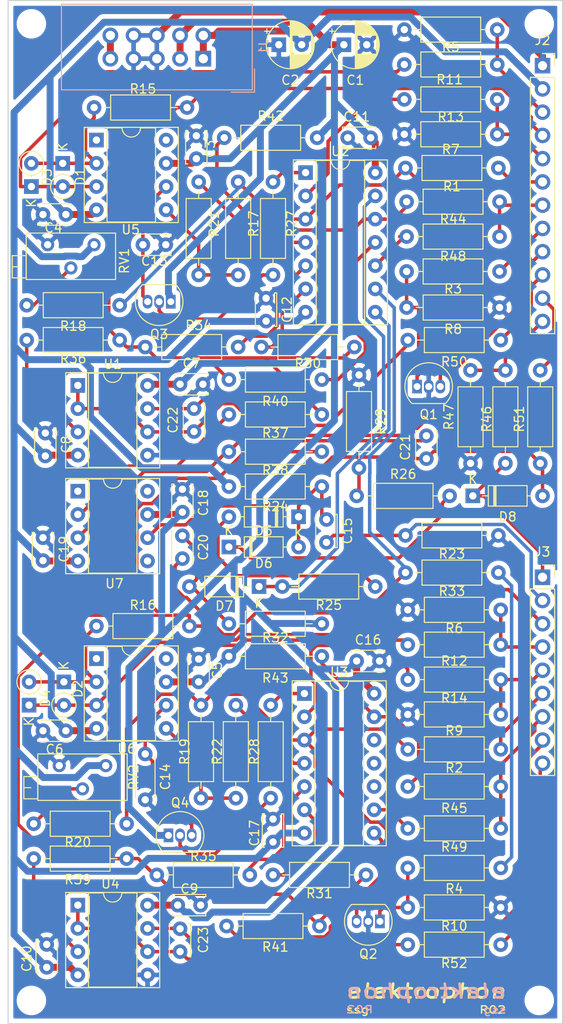
<source format=kicad_pcb>
(kicad_pcb (version 20171130) (host pcbnew 5.1.5-52549c5~86~ubuntu19.04.1)
  (title_block (title "Smooth and Stepped Generator") (date 2020-05-24) (rev 02) (comment 1 "Original design by Ken Stone") (comment 2 "Schema for main circuit") (comment 4 "License CC BY 4.0 - Attribution 4.0 International"))
  (layers (0 F.Cu signal) (31 B.Cu signal) (34 B.Paste user) (35 F.Paste user) (36 B.SilkS user) (37 F.SilkS user) (38 B.Mask user) (39 F.Mask user) (44 Edge.Cuts user))
  (net 0 "")
  (net 1 GND)
  (net 2 "Net-(D7-Pad1)")
  (net 3 -15V)
  (net 4 +15V)
  (net 5 "Net-(C13-Pad1)")
  (net 6 "Net-(C14-Pad1)")
  (net 7 SAMPLE_2)
  (net 8 "Net-(C20-Pad2)")
  (net 9 "Net-(C20-Pad1)")
  (net 10 "Net-(C21-Pad2)")
  (net 11 "Net-(C21-Pad1)")
  (net 12 "Net-(C22-Pad2)")
  (net 13 LED_1_a)
  (net 14 "Net-(C23-Pad2)")
  (net 15 LED_2_a)
  (net 16 "Net-(D1-Pad2)")
  (net 17 "Net-(D1-Pad1)")
  (net 18 "Net-(D2-Pad2)")
  (net 19 "Net-(D2-Pad1)")
  (net 20 "Net-(D5-Pad2)")
  (net 21 "Net-(D6-Pad1)")
  (net 22 +5V)
  (net 23 OUT_2)
  (net 24 OUT_1)
  (net 25 LED_2_b)
  (net 26 CYCLE_2)
  (net 27 COUPLER_5V)
  (net 28 COUPLER_HOT)
  (net 29 CYCLE_1)
  (net 30 LED_1_b)
  (net 31 RATE_2)
  (net 32 VC_2)
  (net 33 IN_2)
  (net 34 RATE_1)
  (net 35 HOLD_1)
  (net 36 VC_1)
  (net 37 IN_1)
  (net 38 "Net-(Q1-Pad1)")
  (net 39 "Net-(Q1-Pad3)")
  (net 40 "Net-(Q2-Pad1)")
  (net 41 "Net-(Q2-Pad3)")
  (net 42 /HOLD)
  (net 43 "Net-(R13-Pad1)")
  (net 44 "Net-(R14-Pad1)")
  (net 45 "Net-(R17-Pad1)")
  (net 46 "Net-(R18-Pad1)")
  (net 47 "Net-(R19-Pad1)")
  (net 48 "Net-(R20-Pad1)")
  (net 49 "Net-(R21-Pad2)")
  (net 50 "Net-(R22-Pad2)")
  (net 51 "Net-(R26-Pad1)")
  (net 52 "Net-(R27-Pad1)")
  (net 53 "Net-(R28-Pad1)")
  (net 54 "Net-(R30-Pad1)")
  (net 55 "Net-(R31-Pad1)")
  (net 56 "Net-(R34-Pad2)")
  (net 57 "Net-(R35-Pad2)")
  (net 58 "Net-(R36-Pad1)")
  (net 59 "Net-(R37-Pad1)")
  (net 60 "Net-(R39-Pad1)")
  (net 61 "Net-(R40-Pad1)")
  (net 62 "Net-(R41-Pad1)")
  (net 63 "Net-(R42-Pad1)")
  (net 64 "Net-(R43-Pad1)")
  (net 65 "Net-(R48-Pad2)")
  (net 66 "Net-(R49-Pad2)")
  (net 67 LED)
  (net 68 "Net-(C15-Pad2)")
  (net 69 "Net-(Q3-Pad2)")
  (net 70 "Net-(Q4-Pad2)")
  (module "elektrophon:elektrophon logo" (layer F.Cu) (at 71.12 134.62)
    (fp_text reference REF** hide)
    (fp_text value "elektrophon logo" hide)
    (fp_text user ssg (at 8.84 1.02) (layer B.SilkS) (effects (font (size 0.8 1)) (justify left mirror)))
    (fp_text user R02 (at -8.83 1) (layer B.SilkS) (effects (font (size 0.8 1)) (justify right mirror)))
    (fp_text user elektrophon (at 0 -1.016) (layer B.SilkS) (effects (font (size 1.5 2) (thickness 0.3) italic) (justify mirror)))
    (fp_text user R02 (at 8.8 1.02) (layer F.SilkS) (effects (font (size 0.8 1)) (justify right)))
    (fp_text user ssg (at -8.88 1) (layer F.SilkS) (effects (font (size 0.8 1)) (justify left)))
    (fp_text user elektrophon (at 0 -1.016) (layer F.SilkS) (effects (font (size 1.5 2) (thickness 0.3) italic)))
  )
  (module Package_TO_SOT_THT:TO-92_Inline (layer F.Cu) (at 42.926 116.586)
    (fp_text reference Q4 (at 1.27 -3.56) (layer F.SilkS))
    (fp_text value J201)
    (pad 1 thru_hole rect (at 0 0) (size 1.05 1.5) (drill 0.75) (layers *.Cu *.Mask) (net 4 +15V))
    (pad 3 thru_hole oval (at 2.54 0) (size 1.05 1.5) (drill 0.75) (layers *.Cu *.Mask) (net 6 "Net-(C14-Pad1)"))
    (pad 2 thru_hole oval (at 1.27 0) (size 1.05 1.5) (drill 0.75) (layers *.Cu *.Mask) (net 70 "Net-(Q4-Pad2)"))
  )
  (module Package_TO_SOT_THT:TO-92_Inline (layer F.Cu) (at 43.18 58.293 180)
    (fp_text reference Q3 (at 1.27 -3.56) (layer F.SilkS))
    (fp_text value J201)
    (pad 1 thru_hole rect (at 0 0 180) (size 1.05 1.5) (drill 0.75) (layers *.Cu *.Mask) (net 4 +15V))
    (pad 3 thru_hole oval (at 2.54 0 180) (size 1.05 1.5) (drill 0.75) (layers *.Cu *.Mask) (net 5 "Net-(C13-Pad1)"))
    (pad 2 thru_hole oval (at 1.27 0 180) (size 1.05 1.5) (drill 0.75) (layers *.Cu *.Mask) (net 69 "Net-(Q3-Pad2)"))
  )
  (module MountingHole:MountingHole_2.2mm_M2 (layer F.Cu) (at 83.46 27.94)
    (fp_text reference REF** hide)
    (fp_text value MountingHole_2.2mm_M2 hide)
    (pad 1 np_thru_hole circle (at 0 0) (size 2.2 2.2) (drill 2.2) (layers *.Cu *.Mask))
  )
  (module MountingHole:MountingHole_2.2mm_M2 (layer F.Cu) (at 27.94 27.94)
    (fp_text reference REF** hide)
    (fp_text value MountingHole_2.2mm_M2 hide)
    (pad 1 np_thru_hole circle (at 0 0) (size 2.2 2.2) (drill 2.2) (layers *.Cu *.Mask))
  )
  (module MountingHole:MountingHole_2.2mm_M2 (layer F.Cu) (at 27.94 134.62)
    (fp_text reference REF** hide)
    (fp_text value MountingHole_2.2mm_M2 hide)
    (pad 1 np_thru_hole circle (at 0 0) (size 2.2 2.2) (drill 2.2) (layers *.Cu *.Mask))
  )
  (module MountingHole:MountingHole_2.2mm_M2 (layer F.Cu) (at 83.46 134.62)
    (fp_text reference REF** hide)
    (fp_text value MountingHole_2.2mm_M2 hide)
    (pad 1 np_thru_hole circle (at 0 0) (size 2.2 2.2) (drill 2.2) (layers *.Cu *.Mask))
  )
  (module Package_TO_SOT_THT:TO-92_Inline (layer F.Cu) (at 66.04 125.984 180)
    (fp_text reference Q2 (at 1.27 -3.56) (layer F.SilkS))
    (fp_text value PN4250)
    (pad 1 thru_hole rect (at 0 0 180) (size 1.05 1.5) (drill 0.75) (layers *.Cu *.Mask) (net 40 "Net-(Q2-Pad1)"))
    (pad 3 thru_hole oval (at 2.54 0 180) (size 1.05 1.5) (drill 0.75) (layers *.Cu *.Mask) (net 41 "Net-(Q2-Pad3)"))
    (pad 2 thru_hole oval (at 1.27 0 180) (size 1.05 1.5) (drill 0.75) (layers *.Cu *.Mask) (net 1 GND))
  )
  (module Package_TO_SOT_THT:TO-92_Inline (layer F.Cu) (at 70.104 67.564)
    (fp_text reference Q1 (at 1.27 3.048) (layer F.SilkS))
    (fp_text value PN4250)
    (pad 1 thru_hole rect (at 0 0) (size 1.05 1.5) (drill 0.75) (layers *.Cu *.Mask) (net 38 "Net-(Q1-Pad1)"))
    (pad 3 thru_hole oval (at 2.54 0) (size 1.05 1.5) (drill 0.75) (layers *.Cu *.Mask) (net 39 "Net-(Q1-Pad3)"))
    (pad 2 thru_hole oval (at 1.27 0) (size 1.05 1.5) (drill 0.75) (layers *.Cu *.Mask) (net 1 GND))
  )
  (module Capacitor_THT:C_Disc_D4.3mm_W1.9mm_P5.00mm (layer F.Cu) (at 40.386 107.696 270)
    (fp_text reference C14 (at 2.5 -2.2 90) (layer F.SilkS))
    (fp_text value 220n)
    (pad 2 thru_hole circle (at 5 0 270) (size 1.6 1.6) (drill 0.8) (layers *.Cu *.Mask) (net 1 GND))
    (pad 1 thru_hole circle (at 0 0 270) (size 1.6 1.6) (drill 0.8) (layers *.Cu *.Mask) (net 6 "Net-(C14-Pad1)"))
  )
  (module Package_DIP:DIP-14_W7.62mm_Socket (layer F.Cu) (at 57.785 101.092)
    (fp_text reference U3 (at 3.81 -2.33) (layer F.SilkS))
    (fp_text value LM3900)
    (pad 14 thru_hole oval (at 7.62 0) (size 1.6 1.6) (drill 0.8) (layers *.Cu *.Mask) (net 4 +15V))
    (pad 7 thru_hole oval (at 0 15.24) (size 1.6 1.6) (drill 0.8) (layers *.Cu *.Mask) (net 3 -15V))
    (pad 13 thru_hole oval (at 7.62 2.54) (size 1.6 1.6) (drill 0.8) (layers *.Cu *.Mask) (net 64 "Net-(R43-Pad1)"))
    (pad 6 thru_hole oval (at 0 12.7) (size 1.6 1.6) (drill 0.8) (layers *.Cu *.Mask) (net 55 "Net-(R31-Pad1)"))
    (pad 12 thru_hole oval (at 7.62 5.08) (size 1.6 1.6) (drill 0.8) (layers *.Cu *.Mask))
    (pad 5 thru_hole oval (at 0 10.16) (size 1.6 1.6) (drill 0.8) (layers *.Cu *.Mask) (net 57 "Net-(R35-Pad2)"))
    (pad 11 thru_hole oval (at 7.62 7.62) (size 1.6 1.6) (drill 0.8) (layers *.Cu *.Mask))
    (pad 4 thru_hole oval (at 0 7.62) (size 1.6 1.6) (drill 0.8) (layers *.Cu *.Mask) (net 50 "Net-(R22-Pad2)"))
    (pad 10 thru_hole oval (at 7.62 10.16) (size 1.6 1.6) (drill 0.8) (layers *.Cu *.Mask))
    (pad 3 thru_hole oval (at 0 5.08) (size 1.6 1.6) (drill 0.8) (layers *.Cu *.Mask) (net 41 "Net-(Q2-Pad3)"))
    (pad 9 thru_hole oval (at 7.62 12.7) (size 1.6 1.6) (drill 0.8) (layers *.Cu *.Mask) (net 66 "Net-(R49-Pad2)"))
    (pad 2 thru_hole oval (at 0 2.54) (size 1.6 1.6) (drill 0.8) (layers *.Cu *.Mask) (net 44 "Net-(R14-Pad1)"))
    (pad 8 thru_hole oval (at 7.62 15.24) (size 1.6 1.6) (drill 0.8) (layers *.Cu *.Mask) (net 62 "Net-(R41-Pad1)"))
    (pad 1 thru_hole rect (at 0 0) (size 1.6 1.6) (drill 0.8) (layers *.Cu *.Mask) (net 53 "Net-(R28-Pad1)"))
  )
  (module Package_DIP:DIP-14_W7.62mm_Socket (layer F.Cu) (at 57.912 44.196)
    (fp_text reference U2 (at 3.81 -2.33) (layer F.SilkS))
    (fp_text value LM3900)
    (pad 14 thru_hole oval (at 7.62 0) (size 1.6 1.6) (drill 0.8) (layers *.Cu *.Mask) (net 4 +15V))
    (pad 7 thru_hole oval (at 0 15.24) (size 1.6 1.6) (drill 0.8) (layers *.Cu *.Mask) (net 3 -15V))
    (pad 13 thru_hole oval (at 7.62 2.54) (size 1.6 1.6) (drill 0.8) (layers *.Cu *.Mask) (net 2 "Net-(D7-Pad1)"))
    (pad 6 thru_hole oval (at 0 12.7) (size 1.6 1.6) (drill 0.8) (layers *.Cu *.Mask) (net 54 "Net-(R30-Pad1)"))
    (pad 12 thru_hole oval (at 7.62 5.08) (size 1.6 1.6) (drill 0.8) (layers *.Cu *.Mask) (net 63 "Net-(R42-Pad1)"))
    (pad 5 thru_hole oval (at 0 10.16) (size 1.6 1.6) (drill 0.8) (layers *.Cu *.Mask) (net 56 "Net-(R34-Pad2)"))
    (pad 11 thru_hole oval (at 7.62 7.62) (size 1.6 1.6) (drill 0.8) (layers *.Cu *.Mask) (net 61 "Net-(R40-Pad1)"))
    (pad 4 thru_hole oval (at 0 7.62) (size 1.6 1.6) (drill 0.8) (layers *.Cu *.Mask) (net 49 "Net-(R21-Pad2)"))
    (pad 10 thru_hole oval (at 7.62 10.16) (size 1.6 1.6) (drill 0.8) (layers *.Cu *.Mask) (net 65 "Net-(R48-Pad2)"))
    (pad 3 thru_hole oval (at 0 5.08) (size 1.6 1.6) (drill 0.8) (layers *.Cu *.Mask) (net 39 "Net-(Q1-Pad3)"))
    (pad 9 thru_hole oval (at 7.62 12.7) (size 1.6 1.6) (drill 0.8) (layers *.Cu *.Mask) (net 9 "Net-(C20-Pad1)"))
    (pad 2 thru_hole oval (at 0 2.54) (size 1.6 1.6) (drill 0.8) (layers *.Cu *.Mask) (net 43 "Net-(R13-Pad1)"))
    (pad 8 thru_hole oval (at 7.62 15.24) (size 1.6 1.6) (drill 0.8) (layers *.Cu *.Mask) (net 51 "Net-(R26-Pad1)"))
    (pad 1 thru_hole rect (at 0 0) (size 1.6 1.6) (drill 0.8) (layers *.Cu *.Mask) (net 52 "Net-(R27-Pad1)"))
  )
  (module Connector_PinSocket_2.54mm:PinSocket_1x09_P2.54mm_Vertical (layer F.Cu) (at 83.82 88.392)
    (fp_text reference J3 (at 0 -2.77) (layer F.SilkS))
    (fp_text value Conn_01x09_Female hide)
    (pad 9 thru_hole oval (at 0 20.32) (size 1.7 1.7) (drill 1) (layers *.Cu *.Mask) (net 25 LED_2_b))
    (pad 8 thru_hole oval (at 0 17.78) (size 1.7 1.7) (drill 1) (layers *.Cu *.Mask) (net 15 LED_2_a))
    (pad 7 thru_hole oval (at 0 15.24) (size 1.7 1.7) (drill 1) (layers *.Cu *.Mask) (net 26 CYCLE_2))
    (pad 6 thru_hole oval (at 0 12.7) (size 1.7 1.7) (drill 1) (layers *.Cu *.Mask) (net 31 RATE_2))
    (pad 5 thru_hole oval (at 0 10.16) (size 1.7 1.7) (drill 1) (layers *.Cu *.Mask) (net 32 VC_2))
    (pad 4 thru_hole oval (at 0 7.62) (size 1.7 1.7) (drill 1) (layers *.Cu *.Mask) (net 33 IN_2))
    (pad 3 thru_hole oval (at 0 5.08) (size 1.7 1.7) (drill 1) (layers *.Cu *.Mask) (net 23 OUT_2))
    (pad 2 thru_hole oval (at 0 2.54) (size 1.7 1.7) (drill 1) (layers *.Cu *.Mask) (net 7 SAMPLE_2))
    (pad 1 thru_hole rect (at 0 0) (size 1.7 1.7) (drill 1) (layers *.Cu *.Mask) (net 67 LED))
  )
  (module Diode_THT:D_DO-35_SOD27_P2.54mm_Vertical_KathodeUp (layer F.Cu) (at 27.686 102.362 90)
    (fp_text reference D4 (at 0.762 1.778 90) (layer F.SilkS))
    (fp_text value 1N4148)
    (fp_text user K (at -1.8 0 90) (layer F.SilkS))
    (pad 2 thru_hole oval (at 2.54 0 90) (size 1.6 1.6) (drill 0.8) (layers *.Cu *.Mask) (net 19 "Net-(D2-Pad1)"))
    (pad 1 thru_hole rect (at 0 0 90) (size 1.6 1.6) (drill 0.8) (layers *.Cu *.Mask) (net 18 "Net-(D2-Pad2)"))
  )
  (module Diode_THT:D_DO-35_SOD27_P2.54mm_Vertical_KathodeUp (layer F.Cu) (at 31.496 99.822 270)
    (fp_text reference D2 (at 0.762 -1.524 90) (layer F.SilkS))
    (fp_text value 1N4148)
    (fp_text user K (at -1.8 0 90) (layer F.SilkS))
    (pad 2 thru_hole oval (at 2.54 0 270) (size 1.6 1.6) (drill 0.8) (layers *.Cu *.Mask) (net 18 "Net-(D2-Pad2)"))
    (pad 1 thru_hole rect (at 0 0 270) (size 1.6 1.6) (drill 0.8) (layers *.Cu *.Mask) (net 19 "Net-(D2-Pad1)"))
  )
  (module Connector_PinSocket_2.54mm:PinSocket_1x12_P2.54mm_Vertical (layer F.Cu) (at 83.82 32.512)
    (fp_text reference J2 (at 0 -2.77) (layer F.SilkS))
    (fp_text value Conn_01x12_Female hide)
    (pad 12 thru_hole oval (at 0 27.94) (size 1.7 1.7) (drill 1) (layers *.Cu *.Mask) (net 27 COUPLER_5V))
    (pad 11 thru_hole oval (at 0 25.4) (size 1.7 1.7) (drill 1) (layers *.Cu *.Mask) (net 28 COUPLER_HOT))
    (pad 10 thru_hole oval (at 0 22.86) (size 1.7 1.7) (drill 1) (layers *.Cu *.Mask) (net 30 LED_1_b))
    (pad 9 thru_hole oval (at 0 20.32) (size 1.7 1.7) (drill 1) (layers *.Cu *.Mask) (net 13 LED_1_a))
    (pad 8 thru_hole oval (at 0 17.78) (size 1.7 1.7) (drill 1) (layers *.Cu *.Mask) (net 35 HOLD_1))
    (pad 7 thru_hole oval (at 0 15.24) (size 1.7 1.7) (drill 1) (layers *.Cu *.Mask) (net 29 CYCLE_1))
    (pad 6 thru_hole oval (at 0 12.7) (size 1.7 1.7) (drill 1) (layers *.Cu *.Mask) (net 34 RATE_1))
    (pad 5 thru_hole oval (at 0 10.16) (size 1.7 1.7) (drill 1) (layers *.Cu *.Mask) (net 36 VC_1))
    (pad 4 thru_hole oval (at 0 7.62) (size 1.7 1.7) (drill 1) (layers *.Cu *.Mask) (net 24 OUT_1))
    (pad 3 thru_hole oval (at 0 5.08) (size 1.7 1.7) (drill 1) (layers *.Cu *.Mask) (net 37 IN_1))
    (pad 2 thru_hole oval (at 0 2.54) (size 1.7 1.7) (drill 1) (layers *.Cu *.Mask) (net 3 -15V))
    (pad 1 thru_hole rect (at 0 0) (size 1.7 1.7) (drill 1) (layers *.Cu *.Mask) (net 1 GND))
  )
  (module Diode_THT:D_DO-35_SOD27_P2.54mm_Vertical_KathodeUp (layer F.Cu) (at 27.94 45.72 90)
    (fp_text reference D3 (at 1.016 1.7145 90) (layer F.SilkS))
    (fp_text value 1N4148)
    (fp_text user K (at -1.8 0 90) (layer F.SilkS))
    (pad 2 thru_hole oval (at 2.54 0 90) (size 1.6 1.6) (drill 0.8) (layers *.Cu *.Mask) (net 17 "Net-(D1-Pad1)"))
    (pad 1 thru_hole rect (at 0 0 90) (size 1.6 1.6) (drill 0.8) (layers *.Cu *.Mask) (net 16 "Net-(D1-Pad2)"))
  )
  (module Diode_THT:D_DO-35_SOD27_P2.54mm_Vertical_KathodeUp (layer F.Cu) (at 31.369 43.18 270)
    (fp_text reference D1 (at 1.4605 -1.905 90) (layer F.SilkS))
    (fp_text value 1N4148)
    (fp_text user K (at -1.8 0 90) (layer F.SilkS))
    (pad 2 thru_hole oval (at 2.54 0 270) (size 1.6 1.6) (drill 0.8) (layers *.Cu *.Mask) (net 16 "Net-(D1-Pad2)"))
    (pad 1 thru_hole rect (at 0 0 270) (size 1.6 1.6) (drill 0.8) (layers *.Cu *.Mask) (net 17 "Net-(D1-Pad1)"))
  )
  (module Package_DIP:DIP-8_W7.62mm_Socket (layer F.Cu) (at 33.02 78.994)
    (fp_text reference U7 (at 4.0005 10.0965) (layer F.SilkS))
    (fp_text value LM741)
    (pad 8 thru_hole oval (at 7.62 0) (size 1.6 1.6) (drill 0.8) (layers *.Cu *.Mask))
    (pad 4 thru_hole oval (at 0 7.62) (size 1.6 1.6) (drill 0.8) (layers *.Cu *.Mask) (net 3 -15V))
    (pad 7 thru_hole oval (at 7.62 2.54) (size 1.6 1.6) (drill 0.8) (layers *.Cu *.Mask) (net 4 +15V))
    (pad 3 thru_hole oval (at 0 5.08) (size 1.6 1.6) (drill 0.8) (layers *.Cu *.Mask) (net 10 "Net-(C21-Pad2)"))
    (pad 6 thru_hole oval (at 7.62 5.08) (size 1.6 1.6) (drill 0.8) (layers *.Cu *.Mask) (net 11 "Net-(C21-Pad1)"))
    (pad 2 thru_hole oval (at 0 2.54) (size 1.6 1.6) (drill 0.8) (layers *.Cu *.Mask) (net 59 "Net-(R37-Pad1)"))
    (pad 5 thru_hole oval (at 7.62 7.62) (size 1.6 1.6) (drill 0.8) (layers *.Cu *.Mask))
    (pad 1 thru_hole rect (at 0 0) (size 1.6 1.6) (drill 0.8) (layers *.Cu *.Mask))
  )
  (module Package_DIP:DIP-8_W7.62mm_Socket (layer F.Cu) (at 35.052 97.282)
    (fp_text reference U6 (at 3.302 9.8425) (layer F.SilkS))
    (fp_text value CA3080)
    (pad 8 thru_hole oval (at 7.62 0) (size 1.6 1.6) (drill 0.8) (layers *.Cu *.Mask))
    (pad 4 thru_hole oval (at 0 7.62) (size 1.6 1.6) (drill 0.8) (layers *.Cu *.Mask) (net 3 -15V))
    (pad 7 thru_hole oval (at 7.62 2.54) (size 1.6 1.6) (drill 0.8) (layers *.Cu *.Mask) (net 4 +15V))
    (pad 3 thru_hole oval (at 0 5.08) (size 1.6 1.6) (drill 0.8) (layers *.Cu *.Mask) (net 18 "Net-(D2-Pad2)"))
    (pad 6 thru_hole oval (at 7.62 5.08) (size 1.6 1.6) (drill 0.8) (layers *.Cu *.Mask) (net 6 "Net-(C14-Pad1)"))
    (pad 2 thru_hole oval (at 0 2.54) (size 1.6 1.6) (drill 0.8) (layers *.Cu *.Mask) (net 19 "Net-(D2-Pad1)"))
    (pad 5 thru_hole oval (at 7.62 7.62) (size 1.6 1.6) (drill 0.8) (layers *.Cu *.Mask) (net 47 "Net-(R19-Pad1)"))
    (pad 1 thru_hole rect (at 0 0) (size 1.6 1.6) (drill 0.8) (layers *.Cu *.Mask))
  )
  (module Package_DIP:DIP-8_W7.62mm_Socket (layer F.Cu) (at 35.052 40.64)
    (fp_text reference U5 (at 3.7465 9.779) (layer F.SilkS))
    (fp_text value CA3080)
    (pad 8 thru_hole oval (at 7.62 0) (size 1.6 1.6) (drill 0.8) (layers *.Cu *.Mask))
    (pad 4 thru_hole oval (at 0 7.62) (size 1.6 1.6) (drill 0.8) (layers *.Cu *.Mask) (net 3 -15V))
    (pad 7 thru_hole oval (at 7.62 2.54) (size 1.6 1.6) (drill 0.8) (layers *.Cu *.Mask) (net 4 +15V))
    (pad 3 thru_hole oval (at 0 5.08) (size 1.6 1.6) (drill 0.8) (layers *.Cu *.Mask) (net 16 "Net-(D1-Pad2)"))
    (pad 6 thru_hole oval (at 7.62 5.08) (size 1.6 1.6) (drill 0.8) (layers *.Cu *.Mask) (net 5 "Net-(C13-Pad1)"))
    (pad 2 thru_hole oval (at 0 2.54) (size 1.6 1.6) (drill 0.8) (layers *.Cu *.Mask) (net 17 "Net-(D1-Pad1)"))
    (pad 5 thru_hole oval (at 7.62 7.62) (size 1.6 1.6) (drill 0.8) (layers *.Cu *.Mask) (net 45 "Net-(R17-Pad1)"))
    (pad 1 thru_hole rect (at 0 0) (size 1.6 1.6) (drill 0.8) (layers *.Cu *.Mask))
  )
  (module Package_DIP:DIP-8_W7.62mm_Socket (layer F.Cu) (at 33.02 124.206)
    (fp_text reference U4 (at 3.556 -2.33) (layer F.SilkS))
    (fp_text value TL072)
    (pad 8 thru_hole oval (at 7.62 0) (size 1.6 1.6) (drill 0.8) (layers *.Cu *.Mask) (net 4 +15V))
    (pad 4 thru_hole oval (at 0 7.62) (size 1.6 1.6) (drill 0.8) (layers *.Cu *.Mask) (net 3 -15V))
    (pad 7 thru_hole oval (at 7.62 2.54) (size 1.6 1.6) (drill 0.8) (layers *.Cu *.Mask) (net 14 "Net-(C23-Pad2)"))
    (pad 3 thru_hole oval (at 0 5.08) (size 1.6 1.6) (drill 0.8) (layers *.Cu *.Mask) (net 60 "Net-(R39-Pad1)"))
    (pad 6 thru_hole oval (at 7.62 5.08) (size 1.6 1.6) (drill 0.8) (layers *.Cu *.Mask) (net 15 LED_2_a))
    (pad 2 thru_hole oval (at 0 2.54) (size 1.6 1.6) (drill 0.8) (layers *.Cu *.Mask) (net 15 LED_2_a))
    (pad 5 thru_hole oval (at 7.62 7.62) (size 1.6 1.6) (drill 0.8) (layers *.Cu *.Mask) (net 1 GND))
    (pad 1 thru_hole rect (at 0 0) (size 1.6 1.6) (drill 0.8) (layers *.Cu *.Mask) (net 15 LED_2_a))
  )
  (module Package_DIP:DIP-8_W7.62mm_Socket (layer F.Cu) (at 33.02 67.437)
    (fp_text reference U1 (at 3.81 -2.33) (layer F.SilkS))
    (fp_text value TL072)
    (pad 8 thru_hole oval (at 7.62 0) (size 1.6 1.6) (drill 0.8) (layers *.Cu *.Mask) (net 4 +15V))
    (pad 4 thru_hole oval (at 0 7.62) (size 1.6 1.6) (drill 0.8) (layers *.Cu *.Mask) (net 3 -15V))
    (pad 7 thru_hole oval (at 7.62 2.54) (size 1.6 1.6) (drill 0.8) (layers *.Cu *.Mask) (net 12 "Net-(C22-Pad2)"))
    (pad 3 thru_hole oval (at 0 5.08) (size 1.6 1.6) (drill 0.8) (layers *.Cu *.Mask) (net 58 "Net-(R36-Pad1)"))
    (pad 6 thru_hole oval (at 7.62 5.08) (size 1.6 1.6) (drill 0.8) (layers *.Cu *.Mask) (net 13 LED_1_a))
    (pad 2 thru_hole oval (at 0 2.54) (size 1.6 1.6) (drill 0.8) (layers *.Cu *.Mask) (net 13 LED_1_a))
    (pad 5 thru_hole oval (at 7.62 7.62) (size 1.6 1.6) (drill 0.8) (layers *.Cu *.Mask) (net 1 GND))
    (pad 1 thru_hole rect (at 0 0) (size 1.6 1.6) (drill 0.8) (layers *.Cu *.Mask) (net 13 LED_1_a))
  )
  (module Potentiometer_THT:Potentiometer_Bourns_3296Z_Horizontal (layer F.Cu) (at 36.068 108.966)
    (fp_text reference RV2 (at 3.048 1.27 90) (layer F.SilkS))
    (fp_text value 25k)
    (pad 3 thru_hole circle (at -5.08 0) (size 1.44 1.44) (drill 0.8) (layers *.Cu *.Mask) (net 1 GND))
    (pad 2 thru_hole circle (at -2.54 2.54) (size 1.44 1.44) (drill 0.8) (layers *.Cu *.Mask) (net 48 "Net-(R20-Pad1)"))
    (pad 1 thru_hole circle (at 0 0) (size 1.44 1.44) (drill 0.8) (layers *.Cu *.Mask) (net 3 -15V))
  )
  (module Potentiometer_THT:Potentiometer_Bourns_3296Z_Horizontal (layer F.Cu) (at 34.798 52.07)
    (fp_text reference RV1 (at 3.302 1.778 90) (layer F.SilkS))
    (fp_text value 25k)
    (pad 3 thru_hole circle (at -5.08 0) (size 1.44 1.44) (drill 0.8) (layers *.Cu *.Mask) (net 1 GND))
    (pad 2 thru_hole circle (at -2.54 2.54) (size 1.44 1.44) (drill 0.8) (layers *.Cu *.Mask) (net 46 "Net-(R18-Pad1)"))
    (pad 1 thru_hole circle (at 0 0) (size 1.44 1.44) (drill 0.8) (layers *.Cu *.Mask) (net 3 -15V))
  )
  (module Resistor_THT:R_Axial_DIN0207_L6.3mm_D2.5mm_P10.16mm_Horizontal (layer F.Cu) (at 79.248 128.524 180)
    (fp_text reference R52 (at 5.08 -2.032) (layer F.SilkS))
    (fp_text value 100)
    (pad 2 thru_hole oval (at 10.16 0 180) (size 1.6 1.6) (drill 0.8) (layers *.Cu *.Mask) (net 14 "Net-(C23-Pad2)"))
    (pad 1 thru_hole circle (at 0 0 180) (size 1.6 1.6) (drill 0.8) (layers *.Cu *.Mask) (net 25 LED_2_b))
  )
  (module Resistor_THT:R_Axial_DIN0207_L6.3mm_D2.5mm_P10.16mm_Horizontal (layer F.Cu) (at 83.566 65.786 270)
    (fp_text reference R51 (at 5.334 2.286 90) (layer F.SilkS))
    (fp_text value 3k3)
    (pad 2 thru_hole oval (at 10.16 0 270) (size 1.6 1.6) (drill 0.8) (layers *.Cu *.Mask) (net 11 "Net-(C21-Pad1)"))
    (pad 1 thru_hole circle (at 0 0 270) (size 1.6 1.6) (drill 0.8) (layers *.Cu *.Mask) (net 28 COUPLER_HOT))
  )
  (module Resistor_THT:R_Axial_DIN0207_L6.3mm_D2.5mm_P10.16mm_Horizontal (layer F.Cu) (at 79.248 62.484 180)
    (fp_text reference R50 (at 5.08 -2.37) (layer F.SilkS))
    (fp_text value 100)
    (pad 2 thru_hole oval (at 10.16 0 180) (size 1.6 1.6) (drill 0.8) (layers *.Cu *.Mask) (net 12 "Net-(C22-Pad2)"))
    (pad 1 thru_hole circle (at 0 0 180) (size 1.6 1.6) (drill 0.8) (layers *.Cu *.Mask) (net 30 LED_1_b))
  )
  (module Resistor_THT:R_Axial_DIN0207_L6.3mm_D2.5mm_P10.16mm_Horizontal (layer F.Cu) (at 79.248 115.824 180)
    (fp_text reference R49 (at 5.08 -2.032) (layer F.SilkS))
    (fp_text value 3k3)
    (pad 2 thru_hole oval (at 10.16 0 180) (size 1.6 1.6) (drill 0.8) (layers *.Cu *.Mask) (net 66 "Net-(R49-Pad2)"))
    (pad 1 thru_hole circle (at 0 0 180) (size 1.6 1.6) (drill 0.8) (layers *.Cu *.Mask) (net 26 CYCLE_2))
  )
  (module Resistor_THT:R_Axial_DIN0207_L6.3mm_D2.5mm_P10.16mm_Horizontal (layer F.Cu) (at 79.121 51.181 180)
    (fp_text reference R48 (at 5.08 -2.159) (layer F.SilkS))
    (fp_text value 3k3)
    (pad 2 thru_hole oval (at 10.16 0 180) (size 1.6 1.6) (drill 0.8) (layers *.Cu *.Mask) (net 65 "Net-(R48-Pad2)"))
    (pad 1 thru_hole circle (at 0 0 180) (size 1.6 1.6) (drill 0.8) (layers *.Cu *.Mask) (net 29 CYCLE_1))
  )
  (module Resistor_THT:R_Axial_DIN0207_L6.3mm_D2.5mm_P10.16mm_Horizontal (layer F.Cu) (at 75.946 75.946 90)
    (fp_text reference R47 (at 5.08 -2.37 90) (layer F.SilkS))
    (fp_text value 3k3)
    (pad 2 thru_hole oval (at 10.16 0 90) (size 1.6 1.6) (drill 0.8) (layers *.Cu *.Mask) (net 27 COUPLER_5V))
    (pad 1 thru_hole circle (at 0 0 90) (size 1.6 1.6) (drill 0.8) (layers *.Cu *.Mask) (net 1 GND))
  )
  (module Resistor_THT:R_Axial_DIN0207_L6.3mm_D2.5mm_P10.16mm_Horizontal (layer F.Cu) (at 79.756 65.786 270)
    (fp_text reference R46 (at 5.334 2.032 90) (layer F.SilkS))
    (fp_text value 3k3)
    (pad 2 thru_hole oval (at 10.16 0 270) (size 1.6 1.6) (drill 0.8) (layers *.Cu *.Mask) (net 67 LED))
    (pad 1 thru_hole circle (at 0 0 270) (size 1.6 1.6) (drill 0.8) (layers *.Cu *.Mask) (net 27 COUPLER_5V))
  )
  (module Resistor_THT:R_Axial_DIN0207_L6.3mm_D2.5mm_P10.16mm_Horizontal (layer F.Cu) (at 79.248 111.252 180)
    (fp_text reference R45 (at 5.08 -2.37) (layer F.SilkS))
    (fp_text value 2M2)
    (pad 2 thru_hole oval (at 10.16 0 180) (size 1.6 1.6) (drill 0.8) (layers *.Cu *.Mask) (net 64 "Net-(R43-Pad1)"))
    (pad 1 thru_hole circle (at 0 0 180) (size 1.6 1.6) (drill 0.8) (layers *.Cu *.Mask) (net 26 CYCLE_2))
  )
  (module Resistor_THT:R_Axial_DIN0207_L6.3mm_D2.5mm_P10.16mm_Horizontal (layer F.Cu) (at 79.121 47.371 180)
    (fp_text reference R44 (at 5.08 -1.905) (layer F.SilkS))
    (fp_text value 2M2)
    (pad 2 thru_hole oval (at 10.16 0 180) (size 1.6 1.6) (drill 0.8) (layers *.Cu *.Mask) (net 63 "Net-(R42-Pad1)"))
    (pad 1 thru_hole circle (at 0 0 180) (size 1.6 1.6) (drill 0.8) (layers *.Cu *.Mask) (net 29 CYCLE_1))
  )
  (module Resistor_THT:R_Axial_DIN0207_L6.3mm_D2.5mm_P10.16mm_Horizontal (layer F.Cu) (at 59.69 97.028 180)
    (fp_text reference R43 (at 5.08 -2.37) (layer F.SilkS))
    (fp_text value 1M)
    (pad 2 thru_hole oval (at 10.16 0 180) (size 1.6 1.6) (drill 0.8) (layers *.Cu *.Mask) (net 4 +15V))
    (pad 1 thru_hole circle (at 0 0 180) (size 1.6 1.6) (drill 0.8) (layers *.Cu *.Mask) (net 64 "Net-(R43-Pad1)"))
  )
  (module Resistor_THT:R_Axial_DIN0207_L6.3mm_D2.5mm_P10.16mm_Horizontal (layer F.Cu) (at 49.022 40.386)
    (fp_text reference R42 (at 5.08 -2.37) (layer F.SilkS))
    (fp_text value 1M)
    (pad 2 thru_hole oval (at 10.16 0) (size 1.6 1.6) (drill 0.8) (layers *.Cu *.Mask) (net 4 +15V))
    (pad 1 thru_hole circle (at 0 0) (size 1.6 1.6) (drill 0.8) (layers *.Cu *.Mask) (net 63 "Net-(R42-Pad1)"))
  )
  (module Resistor_THT:R_Axial_DIN0207_L6.3mm_D2.5mm_P10.16mm_Horizontal (layer F.Cu) (at 49.276 126.492)
    (fp_text reference R41 (at 5.334 2.286) (layer F.SilkS))
    (fp_text value 470k)
    (pad 2 thru_hole oval (at 10.16 0) (size 1.6 1.6) (drill 0.8) (layers *.Cu *.Mask) (net 23 OUT_2))
    (pad 1 thru_hole circle (at 0 0) (size 1.6 1.6) (drill 0.8) (layers *.Cu *.Mask) (net 62 "Net-(R41-Pad1)"))
  )
  (module Resistor_THT:R_Axial_DIN0207_L6.3mm_D2.5mm_P10.16mm_Horizontal (layer F.Cu) (at 59.69 66.802 180)
    (fp_text reference R40 (at 5.08 -2.37) (layer F.SilkS))
    (fp_text value 470k)
    (pad 2 thru_hole oval (at 10.16 0 180) (size 1.6 1.6) (drill 0.8) (layers *.Cu *.Mask) (net 24 OUT_1))
    (pad 1 thru_hole circle (at 0 0 180) (size 1.6 1.6) (drill 0.8) (layers *.Cu *.Mask) (net 61 "Net-(R40-Pad1)"))
  )
  (module Resistor_THT:R_Axial_DIN0207_L6.3mm_D2.5mm_P10.16mm_Horizontal (layer F.Cu) (at 28.194 119.126)
    (fp_text reference R39 (at 4.826 2.286) (layer F.SilkS))
    (fp_text value 10k)
    (pad 2 thru_hole oval (at 10.16 0) (size 1.6 1.6) (drill 0.8) (layers *.Cu *.Mask) (net 23 OUT_2))
    (pad 1 thru_hole circle (at 0 0) (size 1.6 1.6) (drill 0.8) (layers *.Cu *.Mask) (net 60 "Net-(R39-Pad1)"))
  )
  (module Resistor_THT:R_Axial_DIN0207_L6.3mm_D2.5mm_P10.16mm_Horizontal (layer F.Cu) (at 49.53 74.676)
    (fp_text reference R38 (at 5.08 2.032) (layer F.SilkS))
    (fp_text value 10k)
    (pad 2 thru_hole oval (at 10.16 0) (size 1.6 1.6) (drill 0.8) (layers *.Cu *.Mask) (net 23 OUT_2))
    (pad 1 thru_hole circle (at 0 0) (size 1.6 1.6) (drill 0.8) (layers *.Cu *.Mask) (net 10 "Net-(C21-Pad2)"))
  )
  (module Resistor_THT:R_Axial_DIN0207_L6.3mm_D2.5mm_P10.16mm_Horizontal (layer F.Cu) (at 49.53 70.612)
    (fp_text reference R37 (at 5.08 2.032) (layer F.SilkS))
    (fp_text value 10k)
    (pad 2 thru_hole oval (at 10.16 0) (size 1.6 1.6) (drill 0.8) (layers *.Cu *.Mask) (net 24 OUT_1))
    (pad 1 thru_hole circle (at 0 0) (size 1.6 1.6) (drill 0.8) (layers *.Cu *.Mask) (net 59 "Net-(R37-Pad1)"))
  )
  (module Resistor_THT:R_Axial_DIN0207_L6.3mm_D2.5mm_P10.16mm_Horizontal (layer F.Cu) (at 27.432 62.484)
    (fp_text reference R36 (at 5.08 2.032) (layer F.SilkS))
    (fp_text value 10k)
    (pad 2 thru_hole oval (at 10.16 0) (size 1.6 1.6) (drill 0.8) (layers *.Cu *.Mask) (net 24 OUT_1))
    (pad 1 thru_hole circle (at 0 0) (size 1.6 1.6) (drill 0.8) (layers *.Cu *.Mask) (net 58 "Net-(R36-Pad1)"))
  )
  (module Resistor_THT:R_Axial_DIN0207_L6.3mm_D2.5mm_P10.16mm_Horizontal (layer F.Cu) (at 41.656 120.904)
    (fp_text reference R35 (at 5.08 -2.032) (layer F.SilkS))
    (fp_text value 330)
    (pad 2 thru_hole oval (at 10.16 0) (size 1.6 1.6) (drill 0.8) (layers *.Cu *.Mask) (net 57 "Net-(R35-Pad2)"))
    (pad 1 thru_hole circle (at 0 0) (size 1.6 1.6) (drill 0.8) (layers *.Cu *.Mask) (net 23 OUT_2))
  )
  (module Resistor_THT:R_Axial_DIN0207_L6.3mm_D2.5mm_P10.16mm_Horizontal (layer F.Cu) (at 40.386 63.246)
    (fp_text reference R34 (at 5.842 -2.37) (layer F.SilkS))
    (fp_text value 330)
    (pad 2 thru_hole oval (at 10.16 0) (size 1.6 1.6) (drill 0.8) (layers *.Cu *.Mask) (net 56 "Net-(R34-Pad2)"))
    (pad 1 thru_hole circle (at 0 0) (size 1.6 1.6) (drill 0.8) (layers *.Cu *.Mask) (net 24 OUT_1))
  )
  (module Resistor_THT:R_Axial_DIN0207_L6.3mm_D2.5mm_P10.16mm_Horizontal (layer F.Cu) (at 78.994 87.884 180)
    (fp_text reference R33 (at 5.08 -2.032) (layer F.SilkS))
    (fp_text value 330)
    (pad 2 thru_hole oval (at 10.16 0 180) (size 1.6 1.6) (drill 0.8) (layers *.Cu *.Mask) (net 9 "Net-(C20-Pad1)"))
    (pad 1 thru_hole circle (at 0 0 180) (size 1.6 1.6) (drill 0.8) (layers *.Cu *.Mask) (net 42 /HOLD))
  )
  (module Resistor_THT:R_Axial_DIN0207_L6.3mm_D2.5mm_P10.16mm_Horizontal (layer F.Cu) (at 49.53 93.472)
    (fp_text reference R32 (at 5.08 1.524) (layer F.SilkS))
    (fp_text value 1M5)
    (pad 2 thru_hole oval (at 10.16 0) (size 1.6 1.6) (drill 0.8) (layers *.Cu *.Mask) (net 4 +15V))
    (pad 1 thru_hole circle (at 0 0) (size 1.6 1.6) (drill 0.8) (layers *.Cu *.Mask) (net 8 "Net-(C20-Pad2)"))
  )
  (module Resistor_THT:R_Axial_DIN0207_L6.3mm_D2.5mm_P10.16mm_Horizontal (layer F.Cu) (at 54.356 120.904)
    (fp_text reference R31 (at 5.08 2.032) (layer F.SilkS))
    (fp_text value 820k)
    (pad 2 thru_hole oval (at 10.16 0) (size 1.6 1.6) (drill 0.8) (layers *.Cu *.Mask) (net 23 OUT_2))
    (pad 1 thru_hole circle (at 0 0) (size 1.6 1.6) (drill 0.8) (layers *.Cu *.Mask) (net 55 "Net-(R31-Pad1)"))
  )
  (module Resistor_THT:R_Axial_DIN0207_L6.3mm_D2.5mm_P10.16mm_Horizontal (layer F.Cu) (at 53.086 63.246)
    (fp_text reference R30 (at 5.08 1.778) (layer F.SilkS))
    (fp_text value 1M)
    (pad 2 thru_hole oval (at 10.16 0) (size 1.6 1.6) (drill 0.8) (layers *.Cu *.Mask) (net 24 OUT_1))
    (pad 1 thru_hole circle (at 0 0) (size 1.6 1.6) (drill 0.8) (layers *.Cu *.Mask) (net 54 "Net-(R30-Pad1)"))
  )
  (module Resistor_THT:R_Axial_DIN0207_L6.3mm_D2.5mm_P10.16mm_Horizontal (layer F.Cu) (at 63.754 66.294 270)
    (fp_text reference R29 (at 5.08 -2.37 90) (layer F.SilkS))
    (fp_text value 4M7)
    (pad 2 thru_hole oval (at 10.16 0 270) (size 1.6 1.6) (drill 0.8) (layers *.Cu *.Mask) (net 51 "Net-(R26-Pad1)"))
    (pad 1 thru_hole circle (at 0 0 270) (size 1.6 1.6) (drill 0.8) (layers *.Cu *.Mask) (net 1 GND))
  )
  (module Resistor_THT:R_Axial_DIN0207_L6.3mm_D2.5mm_P10.16mm_Horizontal (layer F.Cu) (at 54.102 102.362 270)
    (fp_text reference R28 (at 5.08 1.778 90) (layer F.SilkS))
    (fp_text value 1M)
    (pad 2 thru_hole oval (at 10.16 0 270) (size 1.6 1.6) (drill 0.8) (layers *.Cu *.Mask) (net 70 "Net-(Q4-Pad2)"))
    (pad 1 thru_hole circle (at 0 0 270) (size 1.6 1.6) (drill 0.8) (layers *.Cu *.Mask) (net 53 "Net-(R28-Pad1)"))
  )
  (module Resistor_THT:R_Axial_DIN0207_L6.3mm_D2.5mm_P10.16mm_Horizontal (layer F.Cu) (at 54.356 45.212 270)
    (fp_text reference R27 (at 4.572 -2.032 90) (layer F.SilkS))
    (fp_text value 820k)
    (pad 2 thru_hole oval (at 10.16 0 270) (size 1.6 1.6) (drill 0.8) (layers *.Cu *.Mask) (net 69 "Net-(Q3-Pad2)"))
    (pad 1 thru_hole circle (at 0 0 270) (size 1.6 1.6) (drill 0.8) (layers *.Cu *.Mask) (net 52 "Net-(R27-Pad1)"))
  )
  (module Resistor_THT:R_Axial_DIN0207_L6.3mm_D2.5mm_P10.16mm_Horizontal (layer F.Cu) (at 63.5 79.502)
    (fp_text reference R26 (at 5.08 -2.37) (layer F.SilkS))
    (fp_text value 100k)
    (pad 2 thru_hole oval (at 10.16 0) (size 1.6 1.6) (drill 0.8) (layers *.Cu *.Mask) (net 21 "Net-(D6-Pad1)"))
    (pad 1 thru_hole circle (at 0 0) (size 1.6 1.6) (drill 0.8) (layers *.Cu *.Mask) (net 51 "Net-(R26-Pad1)"))
  )
  (module Resistor_THT:R_Axial_DIN0207_L6.3mm_D2.5mm_P10.16mm_Horizontal (layer F.Cu) (at 55.372 89.408)
    (fp_text reference R25 (at 5.08 2.032) (layer F.SilkS))
    (fp_text value 680k)
    (pad 2 thru_hole oval (at 10.16 0) (size 1.6 1.6) (drill 0.8) (layers *.Cu *.Mask) (net 20 "Net-(D5-Pad2)"))
    (pad 1 thru_hole circle (at 0 0) (size 1.6 1.6) (drill 0.8) (layers *.Cu *.Mask) (net 2 "Net-(D7-Pad1)"))
  )
  (module Resistor_THT:R_Axial_DIN0207_L6.3mm_D2.5mm_P10.16mm_Horizontal (layer F.Cu) (at 49.53 78.486)
    (fp_text reference R24 (at 5.09 2.182) (layer F.SilkS))
    (fp_text value 33k)
    (pad 2 thru_hole oval (at 10.16 0) (size 1.6 1.6) (drill 0.8) (layers *.Cu *.Mask) (net 68 "Net-(C15-Pad2)"))
    (pad 1 thru_hole circle (at 0 0) (size 1.6 1.6) (drill 0.8) (layers *.Cu *.Mask) (net 3 -15V))
  )
  (module Resistor_THT:R_Axial_DIN0207_L6.3mm_D2.5mm_P10.16mm_Horizontal (layer F.Cu) (at 78.994 83.82 180)
    (fp_text reference R23 (at 5.08 -2.032) (layer F.SilkS))
    (fp_text value 100k)
    (pad 2 thru_hole oval (at 10.16 0 180) (size 1.6 1.6) (drill 0.8) (layers *.Cu *.Mask) (net 7 SAMPLE_2))
    (pad 1 thru_hole circle (at 0 0 180) (size 1.6 1.6) (drill 0.8) (layers *.Cu *.Mask) (net 1 GND))
  )
  (module Resistor_THT:R_Axial_DIN0207_L6.3mm_D2.5mm_P10.16mm_Horizontal (layer F.Cu) (at 50.292 112.522 90)
    (fp_text reference R22 (at 5.08 -2.032 90) (layer F.SilkS))
    (fp_text value 15k)
    (pad 2 thru_hole oval (at 10.16 0 90) (size 1.6 1.6) (drill 0.8) (layers *.Cu *.Mask) (net 50 "Net-(R22-Pad2)"))
    (pad 1 thru_hole circle (at 0 0 90) (size 1.6 1.6) (drill 0.8) (layers *.Cu *.Mask) (net 47 "Net-(R19-Pad1)"))
  )
  (module Resistor_THT:R_Axial_DIN0207_L6.3mm_D2.5mm_P10.16mm_Horizontal (layer F.Cu) (at 46.228 55.372 90)
    (fp_text reference R21 (at 5.588 1.694 90) (layer F.SilkS))
    (fp_text value 15k)
    (pad 2 thru_hole oval (at 10.16 0 90) (size 1.6 1.6) (drill 0.8) (layers *.Cu *.Mask) (net 49 "Net-(R21-Pad2)"))
    (pad 1 thru_hole circle (at 0 0 90) (size 1.6 1.6) (drill 0.8) (layers *.Cu *.Mask) (net 45 "Net-(R17-Pad1)"))
  )
  (module Resistor_THT:R_Axial_DIN0207_L6.3mm_D2.5mm_P10.16mm_Horizontal (layer F.Cu) (at 28.194 115.316)
    (fp_text reference R20 (at 4.826 2.032) (layer F.SilkS))
    (fp_text value 1M5)
    (pad 2 thru_hole oval (at 10.16 0) (size 1.6 1.6) (drill 0.8) (layers *.Cu *.Mask) (net 41 "Net-(Q2-Pad3)"))
    (pad 1 thru_hole circle (at 0 0) (size 1.6 1.6) (drill 0.8) (layers *.Cu *.Mask) (net 48 "Net-(R20-Pad1)"))
  )
  (module Resistor_THT:R_Axial_DIN0207_L6.3mm_D2.5mm_P10.16mm_Horizontal (layer F.Cu) (at 46.482 112.522 90)
    (fp_text reference R19 (at 5.08 -1.778 90) (layer F.SilkS))
    (fp_text value 82k)
    (pad 2 thru_hole oval (at 10.16 0 90) (size 1.6 1.6) (drill 0.8) (layers *.Cu *.Mask) (net 41 "Net-(Q2-Pad3)"))
    (pad 1 thru_hole circle (at 0 0 90) (size 1.6 1.6) (drill 0.8) (layers *.Cu *.Mask) (net 47 "Net-(R19-Pad1)"))
  )
  (module Resistor_THT:R_Axial_DIN0207_L6.3mm_D2.5mm_P10.16mm_Horizontal (layer F.Cu) (at 27.432 58.674)
    (fp_text reference R18 (at 5.08 2.286) (layer F.SilkS))
    (fp_text value 1M5)
    (pad 2 thru_hole oval (at 10.16 0) (size 1.6 1.6) (drill 0.8) (layers *.Cu *.Mask) (net 39 "Net-(Q1-Pad3)"))
    (pad 1 thru_hole circle (at 0 0) (size 1.6 1.6) (drill 0.8) (layers *.Cu *.Mask) (net 46 "Net-(R18-Pad1)"))
  )
  (module Resistor_THT:R_Axial_DIN0207_L6.3mm_D2.5mm_P10.16mm_Horizontal (layer F.Cu) (at 50.546 55.372 90)
    (fp_text reference R17 (at 5.588 1.694 90) (layer F.SilkS))
    (fp_text value 82k)
    (pad 2 thru_hole oval (at 10.16 0 90) (size 1.6 1.6) (drill 0.8) (layers *.Cu *.Mask) (net 39 "Net-(Q1-Pad3)"))
    (pad 1 thru_hole circle (at 0 0 90) (size 1.6 1.6) (drill 0.8) (layers *.Cu *.Mask) (net 45 "Net-(R17-Pad1)"))
  )
  (module Resistor_THT:R_Axial_DIN0207_L6.3mm_D2.5mm_P10.16mm_Horizontal (layer F.Cu) (at 45.212 93.726 180)
    (fp_text reference R16 (at 5.08 2.286) (layer F.SilkS))
    (fp_text value 33k)
    (pad 2 thru_hole oval (at 10.16 0 180) (size 1.6 1.6) (drill 0.8) (layers *.Cu *.Mask) (net 19 "Net-(D2-Pad1)"))
    (pad 1 thru_hole circle (at 0 0 180) (size 1.6 1.6) (drill 0.8) (layers *.Cu *.Mask) (net 23 OUT_2))
  )
  (module Resistor_THT:R_Axial_DIN0207_L6.3mm_D2.5mm_P10.16mm_Horizontal (layer F.Cu) (at 44.958 37.084 180)
    (fp_text reference R15 (at 4.826 2.032) (layer F.SilkS))
    (fp_text value 33k)
    (pad 2 thru_hole oval (at 10.16 0 180) (size 1.6 1.6) (drill 0.8) (layers *.Cu *.Mask) (net 17 "Net-(D1-Pad1)"))
    (pad 1 thru_hole circle (at 0 0 180) (size 1.6 1.6) (drill 0.8) (layers *.Cu *.Mask) (net 24 OUT_1))
  )
  (module Resistor_THT:R_Axial_DIN0207_L6.3mm_D2.5mm_P10.16mm_Horizontal (layer F.Cu) (at 69.088 99.568)
    (fp_text reference R14 (at 5.08 2.032) (layer F.SilkS))
    (fp_text value 2M7)
    (pad 2 thru_hole oval (at 10.16 0) (size 1.6 1.6) (drill 0.8) (layers *.Cu *.Mask) (net 32 VC_2))
    (pad 1 thru_hole circle (at 0 0) (size 1.6 1.6) (drill 0.8) (layers *.Cu *.Mask) (net 44 "Net-(R14-Pad1)"))
  )
  (module Resistor_THT:R_Axial_DIN0207_L6.3mm_D2.5mm_P10.16mm_Horizontal (layer F.Cu) (at 68.707 36.195)
    (fp_text reference R13 (at 5.08 1.905) (layer F.SilkS))
    (fp_text value 2M7)
    (pad 2 thru_hole oval (at 10.16 0) (size 1.6 1.6) (drill 0.8) (layers *.Cu *.Mask) (net 36 VC_1))
    (pad 1 thru_hole circle (at 0 0) (size 1.6 1.6) (drill 0.8) (layers *.Cu *.Mask) (net 43 "Net-(R13-Pad1)"))
  )
  (module Resistor_THT:R_Axial_DIN0207_L6.3mm_D2.5mm_P10.16mm_Horizontal (layer F.Cu) (at 69.088 95.758)
    (fp_text reference R12 (at 5.08 1.778) (layer F.SilkS))
    (fp_text value 33k)
    (pad 2 thru_hole oval (at 10.16 0) (size 1.6 1.6) (drill 0.8) (layers *.Cu *.Mask) (net 33 IN_2))
    (pad 1 thru_hole circle (at 0 0) (size 1.6 1.6) (drill 0.8) (layers *.Cu *.Mask) (net 18 "Net-(D2-Pad2)"))
  )
  (module Resistor_THT:R_Axial_DIN0207_L6.3mm_D2.5mm_P10.16mm_Horizontal (layer F.Cu) (at 68.707 32.385)
    (fp_text reference R11 (at 4.953 1.651) (layer F.SilkS))
    (fp_text value 33k)
    (pad 2 thru_hole oval (at 10.16 0) (size 1.6 1.6) (drill 0.8) (layers *.Cu *.Mask) (net 37 IN_1))
    (pad 1 thru_hole circle (at 0 0) (size 1.6 1.6) (drill 0.8) (layers *.Cu *.Mask) (net 16 "Net-(D1-Pad2)"))
  )
  (module Resistor_THT:R_Axial_DIN0207_L6.3mm_D2.5mm_P10.16mm_Horizontal (layer F.Cu) (at 79.248 124.46 180)
    (fp_text reference R10 (at 5.08 -2.032) (layer F.SilkS))
    (fp_text value 15k)
    (pad 2 thru_hole oval (at 10.16 0 180) (size 1.6 1.6) (drill 0.8) (layers *.Cu *.Mask) (net 40 "Net-(Q2-Pad1)"))
    (pad 1 thru_hole circle (at 0 0 180) (size 1.6 1.6) (drill 0.8) (layers *.Cu *.Mask) (net 1 GND))
  )
  (module Resistor_THT:R_Axial_DIN0207_L6.3mm_D2.5mm_P10.16mm_Horizontal (layer F.Cu) (at 69.088 103.378)
    (fp_text reference R9 (at 5.08 1.778) (layer F.SilkS))
    (fp_text value 100k)
    (pad 2 thru_hole oval (at 10.16 0) (size 1.6 1.6) (drill 0.8) (layers *.Cu *.Mask) (net 32 VC_2))
    (pad 1 thru_hole circle (at 0 0) (size 1.6 1.6) (drill 0.8) (layers *.Cu *.Mask) (net 1 GND))
  )
  (module Resistor_THT:R_Axial_DIN0207_L6.3mm_D2.5mm_P10.16mm_Horizontal (layer F.Cu) (at 79.121 58.928 180)
    (fp_text reference R8 (at 5.08 -2.37) (layer F.SilkS))
    (fp_text value 15k)
    (pad 2 thru_hole oval (at 10.16 0 180) (size 1.6 1.6) (drill 0.8) (layers *.Cu *.Mask) (net 38 "Net-(Q1-Pad1)"))
    (pad 1 thru_hole circle (at 0 0 180) (size 1.6 1.6) (drill 0.8) (layers *.Cu *.Mask) (net 1 GND))
  )
  (module Resistor_THT:R_Axial_DIN0207_L6.3mm_D2.5mm_P10.16mm_Horizontal (layer F.Cu) (at 68.707 40.005)
    (fp_text reference R7 (at 5.08 1.651) (layer F.SilkS))
    (fp_text value 100k)
    (pad 2 thru_hole oval (at 10.16 0) (size 1.6 1.6) (drill 0.8) (layers *.Cu *.Mask) (net 36 VC_1))
    (pad 1 thru_hole circle (at 0 0) (size 1.6 1.6) (drill 0.8) (layers *.Cu *.Mask) (net 1 GND))
  )
  (module Resistor_THT:R_Axial_DIN0207_L6.3mm_D2.5mm_P10.16mm_Horizontal (layer F.Cu) (at 69.088 91.948)
    (fp_text reference R6 (at 5.08 2.032) (layer F.SilkS))
    (fp_text value 33k)
    (pad 2 thru_hole oval (at 10.16 0) (size 1.6 1.6) (drill 0.8) (layers *.Cu *.Mask) (net 33 IN_2))
    (pad 1 thru_hole circle (at 0 0) (size 1.6 1.6) (drill 0.8) (layers *.Cu *.Mask) (net 1 GND))
  )
  (module Resistor_THT:R_Axial_DIN0207_L6.3mm_D2.5mm_P10.16mm_Horizontal (layer F.Cu) (at 68.707 28.575)
    (fp_text reference R5 (at 5.08 1.905) (layer F.SilkS))
    (fp_text value 33k)
    (pad 2 thru_hole oval (at 10.16 0) (size 1.6 1.6) (drill 0.8) (layers *.Cu *.Mask) (net 37 IN_1))
    (pad 1 thru_hole circle (at 0 0) (size 1.6 1.6) (drill 0.8) (layers *.Cu *.Mask) (net 1 GND))
  )
  (module Resistor_THT:R_Axial_DIN0207_L6.3mm_D2.5mm_P10.16mm_Horizontal (layer F.Cu) (at 69.088 120.142)
    (fp_text reference R4 (at 5.08 2.286) (layer F.SilkS))
    (fp_text value 33k)
    (pad 2 thru_hole oval (at 10.16 0) (size 1.6 1.6) (drill 0.8) (layers *.Cu *.Mask) (net 42 /HOLD))
    (pad 1 thru_hole circle (at 0 0) (size 1.6 1.6) (drill 0.8) (layers *.Cu *.Mask) (net 40 "Net-(Q2-Pad1)"))
  )
  (module Resistor_THT:R_Axial_DIN0207_L6.3mm_D2.5mm_P10.16mm_Horizontal (layer F.Cu) (at 68.961 54.991)
    (fp_text reference R3 (at 5.08 1.905) (layer F.SilkS))
    (fp_text value 33k)
    (pad 2 thru_hole oval (at 10.16 0) (size 1.6 1.6) (drill 0.8) (layers *.Cu *.Mask) (net 35 HOLD_1))
    (pad 1 thru_hole circle (at 0 0) (size 1.6 1.6) (drill 0.8) (layers *.Cu *.Mask) (net 38 "Net-(Q1-Pad1)"))
  )
  (module Resistor_THT:R_Axial_DIN0207_L6.3mm_D2.5mm_P10.16mm_Horizontal (layer F.Cu) (at 69.088 107.188)
    (fp_text reference R2 (at 5.08 2.032) (layer F.SilkS))
    (fp_text value 2M7)
    (pad 2 thru_hole oval (at 10.16 0) (size 1.6 1.6) (drill 0.8) (layers *.Cu *.Mask) (net 31 RATE_2))
    (pad 1 thru_hole circle (at 0 0) (size 1.6 1.6) (drill 0.8) (layers *.Cu *.Mask) (net 41 "Net-(Q2-Pad3)"))
  )
  (module Resistor_THT:R_Axial_DIN0207_L6.3mm_D2.5mm_P10.16mm_Horizontal (layer F.Cu) (at 68.834 43.688)
    (fp_text reference R1 (at 5.08 2.032) (layer F.SilkS))
    (fp_text value 2M7)
    (pad 2 thru_hole oval (at 10.16 0) (size 1.6 1.6) (drill 0.8) (layers *.Cu *.Mask) (net 34 RATE_1))
    (pad 1 thru_hole circle (at 0 0) (size 1.6 1.6) (drill 0.8) (layers *.Cu *.Mask) (net 39 "Net-(Q1-Pad3)"))
  )
  (module Connector_IDC:IDC-Header_2x05_P2.54mm_Vertical (layer B.Cu) (at 46.736 31.75 90)
    (fp_text reference J1 (at 1.27 6.604 270) (layer B.SilkS) (effects (justify mirror)))
    (fp_text value "IDC Header")
    (pad 10 thru_hole oval (at 2.54 -10.16 90) (size 1.7272 1.7272) (drill 1.016) (layers *.Cu *.Mask) (net 22 +5V))
    (pad 9 thru_hole oval (at 0 -10.16 90) (size 1.7272 1.7272) (drill 1.016) (layers *.Cu *.Mask) (net 22 +5V))
    (pad 8 thru_hole oval (at 2.54 -7.62 90) (size 1.7272 1.7272) (drill 1.016) (layers *.Cu *.Mask) (net 1 GND))
    (pad 7 thru_hole oval (at 0 -7.62 90) (size 1.7272 1.7272) (drill 1.016) (layers *.Cu *.Mask) (net 1 GND))
    (pad 6 thru_hole oval (at 2.54 -5.08 90) (size 1.7272 1.7272) (drill 1.016) (layers *.Cu *.Mask) (net 1 GND))
    (pad 5 thru_hole oval (at 0 -5.08 90) (size 1.7272 1.7272) (drill 1.016) (layers *.Cu *.Mask) (net 1 GND))
    (pad 4 thru_hole oval (at 2.54 -2.54 90) (size 1.7272 1.7272) (drill 1.016) (layers *.Cu *.Mask) (net 4 +15V))
    (pad 3 thru_hole oval (at 0 -2.54 90) (size 1.7272 1.7272) (drill 1.016) (layers *.Cu *.Mask) (net 4 +15V))
    (pad 2 thru_hole oval (at 2.54 0 90) (size 1.7272 1.7272) (drill 1.016) (layers *.Cu *.Mask) (net 3 -15V))
    (pad 1 thru_hole rect (at 0 0 90) (size 1.7272 1.7272) (drill 1.016) (layers *.Cu *.Mask) (net 3 -15V))
  )
  (module Diode_THT:D_DO-35_SOD27_P7.62mm_Horizontal (layer F.Cu) (at 76.2 79.502)
    (fp_text reference D8 (at 3.81 2.286) (layer F.SilkS))
    (fp_text value 1N4148)
    (fp_text user K (at 0 -1.8) (layer F.SilkS))
    (pad 2 thru_hole oval (at 7.62 0) (size 1.6 1.6) (drill 0.8) (layers *.Cu *.Mask) (net 11 "Net-(C21-Pad1)"))
    (pad 1 thru_hole rect (at 0 0) (size 1.6 1.6) (drill 0.8) (layers *.Cu *.Mask) (net 67 LED))
  )
  (module Diode_THT:D_DO-35_SOD27_P7.62mm_Horizontal (layer F.Cu) (at 52.832 89.408 180)
    (fp_text reference D7 (at 3.81 -2.12) (layer F.SilkS))
    (fp_text value 1N4148)
    (fp_text user K (at 0 -1.8) (layer F.SilkS))
    (pad 2 thru_hole oval (at 7.62 0 180) (size 1.6 1.6) (drill 0.8) (layers *.Cu *.Mask) (net 8 "Net-(C20-Pad2)"))
    (pad 1 thru_hole rect (at 0 0 180) (size 1.6 1.6) (drill 0.8) (layers *.Cu *.Mask) (net 2 "Net-(D7-Pad1)"))
  )
  (module Diode_THT:D_DO-35_SOD27_P7.62mm_Horizontal (layer F.Cu) (at 49.53 85.09)
    (fp_text reference D6 (at 3.81 1.778) (layer F.SilkS))
    (fp_text value 1N4148)
    (fp_text user K (at 0 -1.8) (layer F.SilkS))
    (pad 2 thru_hole oval (at 7.62 0) (size 1.6 1.6) (drill 0.8) (layers *.Cu *.Mask) (net 68 "Net-(C15-Pad2)"))
    (pad 1 thru_hole rect (at 0 0) (size 1.6 1.6) (drill 0.8) (layers *.Cu *.Mask) (net 21 "Net-(D6-Pad1)"))
  )
  (module Diode_THT:D_DO-35_SOD27_P7.62mm_Horizontal (layer F.Cu) (at 57.15 81.788 180)
    (fp_text reference D5 (at 3.81 -1.524) (layer F.SilkS))
    (fp_text value 1N4148)
    (fp_text user K (at 0 -1.8) (layer F.SilkS))
    (pad 2 thru_hole oval (at 7.62 0 180) (size 1.6 1.6) (drill 0.8) (layers *.Cu *.Mask) (net 20 "Net-(D5-Pad2)"))
    (pad 1 thru_hole rect (at 0 0 180) (size 1.6 1.6) (drill 0.8) (layers *.Cu *.Mask) (net 68 "Net-(C15-Pad2)"))
  )
  (module Capacitor_THT:C_Disc_D3.4mm_W2.1mm_P2.50mm (layer F.Cu) (at 44.196 129.286 90)
    (fp_text reference C23 (at 1.27 2.54 90) (layer F.SilkS))
    (fp_text value 47p)
    (pad 2 thru_hole circle (at 2.5 0 90) (size 1.6 1.6) (drill 0.8) (layers *.Cu *.Mask) (net 14 "Net-(C23-Pad2)"))
    (pad 1 thru_hole circle (at 0 0 90) (size 1.6 1.6) (drill 0.8) (layers *.Cu *.Mask) (net 15 LED_2_a))
  )
  (module Capacitor_THT:C_Disc_D3.4mm_W2.1mm_P2.50mm (layer F.Cu) (at 45.72 72.477 90)
    (fp_text reference C22 (at 1.25 -2.3 90) (layer F.SilkS))
    (fp_text value 47p)
    (pad 2 thru_hole circle (at 2.5 0 90) (size 1.6 1.6) (drill 0.8) (layers *.Cu *.Mask) (net 12 "Net-(C22-Pad2)"))
    (pad 1 thru_hole circle (at 0 0 90) (size 1.6 1.6) (drill 0.8) (layers *.Cu *.Mask) (net 13 LED_1_a))
  )
  (module Capacitor_THT:C_Disc_D3.4mm_W2.1mm_P2.50mm (layer F.Cu) (at 71.12 75.438 90)
    (fp_text reference C21 (at 1.25 -2.3 90) (layer F.SilkS))
    (fp_text value 100p)
    (pad 2 thru_hole circle (at 2.5 0 90) (size 1.6 1.6) (drill 0.8) (layers *.Cu *.Mask) (net 10 "Net-(C21-Pad2)"))
    (pad 1 thru_hole circle (at 0 0 90) (size 1.6 1.6) (drill 0.8) (layers *.Cu *.Mask) (net 11 "Net-(C21-Pad1)"))
  )
  (module Capacitor_THT:C_Disc_D3.4mm_W2.1mm_P2.50mm (layer F.Cu) (at 44.45 86.36 90)
    (fp_text reference C20 (at 1.25 2.286 90) (layer F.SilkS))
    (fp_text value 1n)
    (pad 2 thru_hole circle (at 2.5 0 90) (size 1.6 1.6) (drill 0.8) (layers *.Cu *.Mask) (net 8 "Net-(C20-Pad2)"))
    (pad 1 thru_hole circle (at 0 0 90) (size 1.6 1.6) (drill 0.8) (layers *.Cu *.Mask) (net 9 "Net-(C20-Pad1)"))
  )
  (module Capacitor_THT:C_Disc_D3.4mm_W2.1mm_P2.50mm (layer F.Cu) (at 29.21 84.074 270)
    (fp_text reference C19 (at 1.25 -2.3 90) (layer F.SilkS))
    (fp_text value 0.1u)
    (pad 2 thru_hole circle (at 2.5 0 270) (size 1.6 1.6) (drill 0.8) (layers *.Cu *.Mask) (net 3 -15V))
    (pad 1 thru_hole circle (at 0 0 270) (size 1.6 1.6) (drill 0.8) (layers *.Cu *.Mask) (net 1 GND))
  )
  (module Capacitor_THT:C_Disc_D3.4mm_W2.1mm_P2.50mm (layer F.Cu) (at 44.45 81.28 90)
    (fp_text reference C18 (at 1.016 2.286 90) (layer F.SilkS))
    (fp_text value 0.1u)
    (pad 2 thru_hole circle (at 2.5 0 90) (size 1.6 1.6) (drill 0.8) (layers *.Cu *.Mask) (net 1 GND))
    (pad 1 thru_hole circle (at 0 0 90) (size 1.6 1.6) (drill 0.8) (layers *.Cu *.Mask) (net 4 +15V))
  )
  (module Capacitor_THT:C_Disc_D3.4mm_W2.1mm_P2.50mm (layer F.Cu) (at 60.198 84.582 90)
    (fp_text reference C15 (at 1.25 2.286 90) (layer F.SilkS))
    (fp_text value 1n)
    (pad 2 thru_hole circle (at 2.5 0 90) (size 1.6 1.6) (drill 0.8) (layers *.Cu *.Mask) (net 68 "Net-(C15-Pad2)"))
    (pad 1 thru_hole circle (at 0 0 90) (size 1.6 1.6) (drill 0.8) (layers *.Cu *.Mask) (net 7 SAMPLE_2))
  )
  (module Capacitor_THT:C_Disc_D3.4mm_W2.1mm_P2.50mm (layer F.Cu) (at 54.356 114.808 270)
    (fp_text reference C17 (at 1.524 2.032 90) (layer F.SilkS))
    (fp_text value 0.1u)
    (pad 2 thru_hole circle (at 2.5 0 270) (size 1.6 1.6) (drill 0.8) (layers *.Cu *.Mask) (net 3 -15V))
    (pad 1 thru_hole circle (at 0 0 270) (size 1.6 1.6) (drill 0.8) (layers *.Cu *.Mask) (net 1 GND))
  )
  (module Capacitor_THT:C_Disc_D3.4mm_W2.1mm_P2.50mm (layer F.Cu) (at 63.5 97.536)
    (fp_text reference C16 (at 1.25 -2.3) (layer F.SilkS))
    (fp_text value 0.1u)
    (pad 2 thru_hole circle (at 2.5 0) (size 1.6 1.6) (drill 0.8) (layers *.Cu *.Mask) (net 1 GND))
    (pad 1 thru_hole circle (at 0 0) (size 1.6 1.6) (drill 0.8) (layers *.Cu *.Mask) (net 4 +15V))
  )
  (module Capacitor_THT:C_Disc_D3.4mm_W2.1mm_P2.50mm (layer F.Cu) (at 40.132 52.07)
    (fp_text reference C13 (at 1.25 1.778) (layer F.SilkS))
    (fp_text value 100n)
    (pad 2 thru_hole circle (at 2.5 0) (size 1.6 1.6) (drill 0.8) (layers *.Cu *.Mask) (net 1 GND))
    (pad 1 thru_hole circle (at 0 0) (size 1.6 1.6) (drill 0.8) (layers *.Cu *.Mask) (net 5 "Net-(C13-Pad1)"))
  )
  (module Capacitor_THT:C_Disc_D3.4mm_W2.1mm_P2.50mm (layer F.Cu) (at 53.594 57.912 270)
    (fp_text reference C12 (at 1.25 -2.3 90) (layer F.SilkS))
    (fp_text value 0.1u)
    (pad 2 thru_hole circle (at 2.5 0 270) (size 1.6 1.6) (drill 0.8) (layers *.Cu *.Mask) (net 3 -15V))
    (pad 1 thru_hole circle (at 0 0 270) (size 1.6 1.6) (drill 0.8) (layers *.Cu *.Mask) (net 1 GND))
  )
  (module Capacitor_THT:C_Disc_D3.4mm_W2.1mm_P2.50mm (layer F.Cu) (at 65.024 40.386 180)
    (fp_text reference C11 (at 1.524 2.286) (layer F.SilkS))
    (fp_text value 0.1u)
    (pad 2 thru_hole circle (at 2.5 0 180) (size 1.6 1.6) (drill 0.8) (layers *.Cu *.Mask) (net 1 GND))
    (pad 1 thru_hole circle (at 0 0 180) (size 1.6 1.6) (drill 0.8) (layers *.Cu *.Mask) (net 4 +15V))
  )
  (module Capacitor_THT:C_Disc_D3.4mm_W2.1mm_P2.50mm (layer F.Cu) (at 29.6164 128.4986 270)
    (fp_text reference C10 (at 1.5494 2.1844 90) (layer F.SilkS))
    (fp_text value 0.1u)
    (pad 2 thru_hole circle (at 2.5 0 270) (size 1.6 1.6) (drill 0.8) (layers *.Cu *.Mask) (net 3 -15V))
    (pad 1 thru_hole circle (at 0 0 270) (size 1.6 1.6) (drill 0.8) (layers *.Cu *.Mask) (net 1 GND))
  )
  (module Capacitor_THT:C_Disc_D3.4mm_W2.1mm_P2.50mm (layer F.Cu) (at 43.942 124.206)
    (fp_text reference C9 (at 1.27 -1.778) (layer F.SilkS))
    (fp_text value 0.1u)
    (pad 2 thru_hole circle (at 2.5 0) (size 1.6 1.6) (drill 0.8) (layers *.Cu *.Mask) (net 1 GND))
    (pad 1 thru_hole circle (at 0 0) (size 1.6 1.6) (drill 0.8) (layers *.Cu *.Mask) (net 4 +15V))
  )
  (module Capacitor_THT:C_Disc_D3.4mm_W2.1mm_P2.50mm (layer F.Cu) (at 29.464 72.644 270)
    (fp_text reference C8 (at 1.25 -2.3 90) (layer F.SilkS))
    (fp_text value 0.1u)
    (pad 2 thru_hole circle (at 2.5 0 270) (size 1.6 1.6) (drill 0.8) (layers *.Cu *.Mask) (net 3 -15V))
    (pad 1 thru_hole circle (at 0 0 270) (size 1.6 1.6) (drill 0.8) (layers *.Cu *.Mask) (net 1 GND))
  )
  (module Capacitor_THT:C_Disc_D3.4mm_W2.1mm_P2.50mm (layer F.Cu) (at 44.196 67.31)
    (fp_text reference C7 (at 1.25 -2.3) (layer F.SilkS))
    (fp_text value 0.1u)
    (pad 2 thru_hole circle (at 2.5 0) (size 1.6 1.6) (drill 0.8) (layers *.Cu *.Mask) (net 1 GND))
    (pad 1 thru_hole circle (at 0 0) (size 1.6 1.6) (drill 0.8) (layers *.Cu *.Mask) (net 4 +15V))
  )
  (module Capacitor_THT:C_Disc_D3.4mm_W2.1mm_P2.50mm (layer F.Cu) (at 29.21 105.156)
    (fp_text reference C6 (at 1.27 2.032) (layer F.SilkS))
    (fp_text value 0.1u)
    (pad 2 thru_hole circle (at 2.5 0) (size 1.6 1.6) (drill 0.8) (layers *.Cu *.Mask) (net 3 -15V))
    (pad 1 thru_hole circle (at 0 0) (size 1.6 1.6) (drill 0.8) (layers *.Cu *.Mask) (net 1 GND))
  )
  (module Capacitor_THT:C_Disc_D3.4mm_W2.1mm_P2.50mm (layer F.Cu) (at 46.228 99.822 90)
    (fp_text reference C5 (at 1.25 2.032 90) (layer F.SilkS))
    (fp_text value 0.1u)
    (pad 2 thru_hole circle (at 2.5 0 90) (size 1.6 1.6) (drill 0.8) (layers *.Cu *.Mask) (net 1 GND))
    (pad 1 thru_hole circle (at 0 0 90) (size 1.6 1.6) (drill 0.8) (layers *.Cu *.Mask) (net 4 +15V))
  )
  (module Capacitor_THT:C_Disc_D3.4mm_W2.1mm_P2.50mm (layer F.Cu) (at 29.21 48.768)
    (fp_text reference C4 (at 1.143 1.4605) (layer F.SilkS))
    (fp_text value 0.1u)
    (pad 2 thru_hole circle (at 2.5 0) (size 1.6 1.6) (drill 0.8) (layers *.Cu *.Mask) (net 3 -15V))
    (pad 1 thru_hole circle (at 0 0) (size 1.6 1.6) (drill 0.8) (layers *.Cu *.Mask) (net 1 GND))
  )
  (module Capacitor_THT:C_Disc_D3.4mm_W2.1mm_P2.50mm (layer F.Cu) (at 45.974 42.672 90)
    (fp_text reference C3 (at 1.0795 1.524 90) (layer F.SilkS))
    (fp_text value 0.1u)
    (pad 2 thru_hole circle (at 2.5 0 90) (size 1.6 1.6) (drill 0.8) (layers *.Cu *.Mask) (net 1 GND))
    (pad 1 thru_hole circle (at 0 0 90) (size 1.6 1.6) (drill 0.8) (layers *.Cu *.Mask) (net 4 +15V))
  )
  (module Capacitor_THT:CP_Radial_D5.0mm_P2.50mm (layer F.Cu) (at 54.991 30.226)
    (fp_text reference C2 (at 1.25 3.87) (layer F.SilkS))
    (fp_text value 10u)
    (pad 2 thru_hole circle (at 2.5 0) (size 1.6 1.6) (drill 0.8) (layers *.Cu *.Mask) (net 3 -15V))
    (pad 1 thru_hole rect (at 0 0) (size 1.6 1.6) (drill 0.8) (layers *.Cu *.Mask) (net 1 GND))
  )
  (module Capacitor_THT:CP_Radial_D5.0mm_P2.50mm (layer F.Cu) (at 62.103 30.226)
    (fp_text reference C1 (at 1.25 3.87) (layer F.SilkS))
    (fp_text value 10u)
    (pad 2 thru_hole circle (at 2.5 0) (size 1.6 1.6) (drill 0.8) (layers *.Cu *.Mask) (net 1 GND))
    (pad 1 thru_hole rect (at 0 0) (size 1.6 1.6) (drill 0.8) (layers *.Cu *.Mask) (net 4 +15V))
  )
  (gr_line (start 86 25.4) (end 86 137.16) (layer Edge.Cuts) (width 0.12))
  (gr_line (start 86 137.16) (end 25.4 137.16) (layer Edge.Cuts) (width 0.12))
  (gr_line (start 25.4 25.4) (end 86 25.4) (layer Edge.Cuts) (width 0.12))
  (gr_line (start 25.4 25.4) (end 25.4 137.16) (layer Edge.Cuts) (width 0.12))
  (segment (start 83.82 31.496) (end 83.82 32.512) (width 0.762) (layer F.Cu) (net 1))
  (segment (start 78.9686 26.6446) (end 83.82 31.496) (width 0.762) (layer F.Cu) (net 1))
  (segment (start 41.656 29.21) (end 44.2214 26.6446) (width 0.762) (layer F.Cu) (net 1))
  (segment (start 44.2214 26.6446) (end 78.9686 26.6446) (width 0.762) (layer F.Cu) (net 1))
  (segment (start 55.372 89.408) (end 52.832 89.408) (width 0.381) (layer F.Cu) (net 2))
  (segment (start 57.133942 89.408) (end 55.372 89.408) (width 0.381) (layer B.Cu) (net 2))
  (segment (start 66.4464 62.112342) (end 66.4464 71.999658) (width 0.381) (layer B.Cu) (net 2))
  (segment (start 64.341499 60.007441) (end 66.4464 62.112342) (width 0.381) (layer B.Cu) (net 2))
  (segment (start 65.532 46.736) (end 64.341499 47.926501) (width 0.381) (layer B.Cu) (net 2))
  (segment (start 61.388501 85.153441) (end 57.133942 89.408) (width 0.381) (layer B.Cu) (net 2))
  (segment (start 64.341499 47.926501) (end 64.341499 60.007441) (width 0.381) (layer B.Cu) (net 2))
  (segment (start 61.388501 77.057557) (end 61.388501 85.153441) (width 0.381) (layer B.Cu) (net 2))
  (segment (start 66.4464 71.999658) (end 61.388501 77.057557) (width 0.381) (layer B.Cu) (net 2))
  (segment (start 29.25 86.614) (end 29.21 86.574) (width 0.762) (layer F.Cu) (net 3))
  (segment (start 33.02 86.614) (end 29.25 86.614) (width 0.762) (layer F.Cu) (net 3))
  (segment (start 29.551 75.057) (end 29.464 75.144) (width 0.762) (layer F.Cu) (net 3))
  (segment (start 33.02 75.057) (end 29.551 75.057) (width 0.762) (layer F.Cu) (net 3))
  (segment (start 34.544 48.768) (end 35.052 48.26) (width 0.762) (layer F.Cu) (net 3))
  (segment (start 31.71 48.768) (end 34.544 48.768) (width 0.762) (layer F.Cu) (net 3))
  (segment (start 46.736 29.21) (end 46.736 31.75) (width 0.762) (layer F.Cu) (net 3))
  (segment (start 57.491 30.226) (end 55.99241 28.72741) (width 0.762) (layer F.Cu) (net 3))
  (segment (start 48.439904 28.72741) (end 47.957314 29.21) (width 0.762) (layer F.Cu) (net 3))
  (segment (start 47.957314 29.21) (end 46.736 29.21) (width 0.762) (layer F.Cu) (net 3))
  (segment (start 55.99241 28.72741) (end 48.439904 28.72741) (width 0.762) (layer F.Cu) (net 3))
  (segment (start 55.030399 27.765399) (end 35.882591 27.765399) (width 0.762) (layer B.Cu) (net 3))
  (segment (start 57.491 30.226) (end 55.030399 27.765399) (width 0.762) (layer B.Cu) (net 3))
  (segment (start 30.114999 98.948999) (end 26.050999 94.884999) (width 0.762) (layer B.Cu) (net 3))
  (segment (start 30.114999 103.560999) (end 30.114999 98.948999) (width 0.762) (layer B.Cu) (net 3))
  (segment (start 31.71 105.156) (end 30.114999 103.560999) (width 0.762) (layer B.Cu) (net 3))
  (segment (start 34.798 105.156) (end 35.052 104.902) (width 0.762) (layer F.Cu) (net 3))
  (segment (start 31.71 105.156) (end 34.798 105.156) (width 0.762) (layer F.Cu) (net 3))
  (segment (start 34.142518 108.966) (end 32.841517 110.267001) (width 0.762) (layer B.Cu) (net 3))
  (segment (start 29.241001 110.267001) (end 26.050999 107.076999) (width 0.762) (layer B.Cu) (net 3))
  (segment (start 32.841517 110.267001) (end 29.241001 110.267001) (width 0.762) (layer B.Cu) (net 3))
  (segment (start 36.068 108.966) (end 34.142518 108.966) (width 0.762) (layer B.Cu) (net 3))
  (segment (start 26.050999 94.884999) (end 26.050999 107.076999) (width 0.762) (layer B.Cu) (net 3))
  (segment (start 26.050999 107.076999) (end 26.050999 113.934999) (width 0.762) (layer B.Cu) (net 3))
  (segment (start 26.050999 71.730999) (end 26.050999 69.707001) (width 0.762) (layer B.Cu) (net 3))
  (segment (start 29.464 75.144) (end 26.050999 71.730999) (width 0.762) (layer B.Cu) (net 3))
  (segment (start 26.050999 37.596991) (end 26.050999 50.149001) (width 0.762) (layer B.Cu) (net 3))
  (segment (start 29.987999 47.045999) (end 29.987999 33.659991) (width 0.762) (layer B.Cu) (net 3))
  (segment (start 31.71 48.768) (end 29.987999 47.045999) (width 0.762) (layer B.Cu) (net 3))
  (segment (start 29.987999 33.659991) (end 31.569995 32.077995) (width 0.762) (layer B.Cu) (net 3))
  (segment (start 35.882591 27.765399) (end 31.569995 32.077995) (width 0.762) (layer B.Cu) (net 3))
  (segment (start 31.569995 32.077995) (end 26.050999 37.596991) (width 0.762) (layer B.Cu) (net 3))
  (segment (start 26.050999 50.328481) (end 26.050999 50.149001) (width 0.762) (layer B.Cu) (net 3))
  (segment (start 31.571517 53.371001) (end 29.093519 53.371001) (width 0.762) (layer B.Cu) (net 3))
  (segment (start 34.798 52.07) (end 33.496999 53.371001) (width 0.762) (layer B.Cu) (net 3))
  (segment (start 32.944483 53.371001) (end 32.882481 53.308999) (width 0.762) (layer B.Cu) (net 3))
  (segment (start 33.496999 53.371001) (end 32.944483 53.371001) (width 0.762) (layer B.Cu) (net 3))
  (segment (start 31.633519 53.308999) (end 31.571517 53.371001) (width 0.762) (layer B.Cu) (net 3))
  (segment (start 32.882481 53.308999) (end 31.633519 53.308999) (width 0.762) (layer B.Cu) (net 3))
  (segment (start 26.050999 69.707001) (end 26.050999 83.200999) (width 0.762) (layer B.Cu) (net 3))
  (segment (start 56.936 60.412) (end 57.912 59.436) (width 0.762) (layer B.Cu) (net 3))
  (segment (start 53.594 60.412) (end 56.936 60.412) (width 0.762) (layer B.Cu) (net 3))
  (segment (start 29.093519 53.371001) (end 26.050999 50.328481) (width 0.762) (layer B.Cu) (net 3))
  (segment (start 26.050999 62.626999) (end 26.050999 69.707001) (width 0.762) (layer B.Cu) (net 3))
  (segment (start 26.050999 50.149001) (end 26.050999 62.626999) (width 0.762) (layer B.Cu) (net 3))
  (segment (start 53.554 60.452) (end 46.99 60.452) (width 0.762) (layer B.Cu) (net 3))
  (segment (start 53.594 60.412) (end 53.554 60.452) (width 0.762) (layer B.Cu) (net 3))
  (segment (start 46.99 60.452) (end 42.814999 64.627001) (width 0.762) (layer B.Cu) (net 3))
  (segment (start 26.050999 63.146881) (end 26.050999 62.626999) (width 0.762) (layer B.Cu) (net 3))
  (segment (start 27.531119 64.627001) (end 26.050999 63.146881) (width 0.762) (layer B.Cu) (net 3))
  (segment (start 26.050999 83.414999) (end 26.050999 83.200999) (width 0.762) (layer B.Cu) (net 3))
  (segment (start 29.21 86.574) (end 26.050999 83.414999) (width 0.762) (layer B.Cu) (net 3))
  (segment (start 26.050999 83.200999) (end 26.050999 94.884999) (width 0.762) (layer B.Cu) (net 3))
  (segment (start 26.050999 115.216881) (end 26.050999 113.934999) (width 0.762) (layer B.Cu) (net 3))
  (segment (start 55.332 116.332) (end 54.356 117.308) (width 0.762) (layer B.Cu) (net 3))
  (segment (start 57.912 116.332) (end 55.332 116.332) (width 0.762) (layer B.Cu) (net 3))
  (segment (start 26.050999 113.934999) (end 26.050999 118.887999) (width 0.762) (layer B.Cu) (net 3))
  (segment (start 26.050999 119.026881) (end 26.050999 118.887999) (width 0.762) (layer B.Cu) (net 3))
  (segment (start 52.5634 119.1006) (end 40.7416 119.1006) (width 0.762) (layer B.Cu) (net 3))
  (segment (start 40.7416 119.1006) (end 39.335199 120.507001) (width 0.762) (layer B.Cu) (net 3))
  (segment (start 39.335199 120.507001) (end 27.531119 120.507001) (width 0.762) (layer B.Cu) (net 3))
  (segment (start 54.356 117.308) (end 52.5634 119.1006) (width 0.762) (layer B.Cu) (net 3))
  (segment (start 27.531119 120.507001) (end 26.050999 119.026881) (width 0.762) (layer B.Cu) (net 3))
  (segment (start 32.1926 130.9986) (end 33.02 131.826) (width 0.762) (layer F.Cu) (net 3))
  (segment (start 29.6164 130.9986) (end 32.1926 130.9986) (width 0.762) (layer F.Cu) (net 3))
  (segment (start 26.050999 127.433199) (end 26.050999 118.887999) (width 0.762) (layer B.Cu) (net 3))
  (segment (start 29.6164 130.9986) (end 26.050999 127.433199) (width 0.762) (layer B.Cu) (net 3))
  (segment (start 33.442399 64.627001) (end 27.531119 64.627001) (width 0.762) (layer B.Cu) (net 3))
  (segment (start 42.814999 64.627001) (end 33.442399 64.627001) (width 0.762) (layer B.Cu) (net 3))
  (segment (start 34.401001 65.585603) (end 33.442399 64.627001) (width 0.762) (layer B.Cu) (net 3))
  (segment (start 39.993118 76.454) (end 34.401001 70.861883) (width 0.762) (layer B.Cu) (net 3))
  (segment (start 49.53 78.486) (end 47.498 76.454) (width 0.762) (layer B.Cu) (net 3))
  (segment (start 34.401001 70.861883) (end 34.401001 65.585603) (width 0.762) (layer B.Cu) (net 3))
  (segment (start 47.498 76.454) (end 39.993118 76.454) (width 0.762) (layer B.Cu) (net 3))
  (segment (start 60.523001 27.193999) (end 57.491 30.226) (width 0.762) (layer B.Cu) (net 3))
  (segment (start 73.179881 31.003999) (end 69.369881 27.193999) (width 0.762) (layer B.Cu) (net 3))
  (segment (start 69.369881 27.193999) (end 60.523001 27.193999) (width 0.762) (layer B.Cu) (net 3))
  (segment (start 79.771999 31.003999) (end 73.179881 31.003999) (width 0.762) (layer B.Cu) (net 3))
  (segment (start 83.82 35.052) (end 79.771999 31.003999) (width 0.762) (layer B.Cu) (net 3))
  (segment (start 45.466 43.18) (end 45.974 42.672) (width 0.762) (layer F.Cu) (net 4))
  (segment (start 42.672 43.18) (end 45.466 43.18) (width 0.762) (layer F.Cu) (net 4))
  (segment (start 65.532 40.894) (end 65.024 40.386) (width 0.762) (layer F.Cu) (net 4))
  (segment (start 65.532 44.196) (end 65.532 40.894) (width 0.762) (layer F.Cu) (net 4))
  (segment (start 44.196 29.21) (end 44.196 31.75) (width 0.762) (layer F.Cu) (net 4))
  (segment (start 45.640601 27.765399) (end 44.196 29.21) (width 0.762) (layer F.Cu) (net 4))
  (segment (start 58.080399 27.765399) (end 45.640601 27.765399) (width 0.762) (layer F.Cu) (net 4))
  (segment (start 60.541 30.226) (end 58.080399 27.765399) (width 0.762) (layer F.Cu) (net 4))
  (segment (start 62.103 30.226) (end 60.541 30.226) (width 0.762) (layer F.Cu) (net 4))
  (segment (start 49.657 42.672) (end 53.9115 38.4175) (width 0.762) (layer B.Cu) (net 4))
  (segment (start 45.974 42.672) (end 49.657 42.672) (width 0.762) (layer B.Cu) (net 4))
  (segment (start 64.224001 39.586001) (end 64.192003 39.586001) (width 0.762) (layer B.Cu) (net 4))
  (segment (start 64.192003 39.586001) (end 61.071001 36.464999) (width 0.762) (layer B.Cu) (net 4))
  (segment (start 65.024 40.386) (end 64.224001 39.586001) (width 0.762) (layer B.Cu) (net 4))
  (segment (start 62.103 30.226) (end 61.976 30.226) (width 0.762) (layer B.Cu) (net 4))
  (segment (start 61.071001 31.130999) (end 61.071001 36.464999) (width 0.762) (layer B.Cu) (net 4))
  (segment (start 61.976 30.226) (end 61.071001 31.130999) (width 0.762) (layer B.Cu) (net 4))
  (segment (start 59.981999 39.586001) (end 59.981999 39.554003) (width 0.762) (layer B.Cu) (net 4))
  (segment (start 59.182 40.386) (end 59.981999 39.586001) (width 0.762) (layer B.Cu) (net 4))
  (segment (start 61.071001 36.464999) (end 61.071001 38.465001) (width 0.762) (layer B.Cu) (net 4))
  (segment (start 59.981999 39.554003) (end 61.071001 38.465001) (width 0.762) (layer B.Cu) (net 4))
  (segment (start 42.672 99.822) (end 46.228 99.822) (width 0.762) (layer F.Cu) (net 4))
  (segment (start 53.9115 38.4175) (end 62.103 30.226) (width 0.762) (layer B.Cu) (net 4))
  (segment (start 50.108259 89.490141) (end 50.108259 86.785859) (width 0.762) (layer B.Cu) (net 4))
  (segment (start 46.736 99.822) (end 49.53 97.028) (width 0.762) (layer B.Cu) (net 4))
  (segment (start 46.228 99.822) (end 46.736 99.822) (width 0.762) (layer B.Cu) (net 4))
  (segment (start 51.086159 95.471841) (end 51.086159 90.468041) (width 0.762) (layer B.Cu) (net 4))
  (segment (start 49.53 97.028) (end 51.086159 95.471841) (width 0.762) (layer B.Cu) (net 4))
  (segment (start 51.086159 90.468041) (end 50.108259 89.490141) (width 0.762) (layer B.Cu) (net 4))
  (segment (start 58.55863 93.472) (end 58.526471 93.439841) (width 0.762) (layer B.Cu) (net 4))
  (segment (start 58.526471 93.439841) (end 54.057959 93.439841) (width 0.762) (layer B.Cu) (net 4))
  (segment (start 59.69 93.472) (end 58.55863 93.472) (width 0.762) (layer B.Cu) (net 4))
  (segment (start 54.057959 93.439841) (end 51.086159 90.468041) (width 0.762) (layer B.Cu) (net 4))
  (segment (start 62.626999 98.409001) (end 59.027119 98.409001) (width 0.762) (layer B.Cu) (net 4))
  (segment (start 63.5 97.536) (end 62.626999 98.409001) (width 0.762) (layer B.Cu) (net 4))
  (segment (start 59.027119 98.409001) (end 58.071159 97.453041) (width 0.762) (layer B.Cu) (net 4))
  (segment (start 58.071159 97.453041) (end 54.057959 93.439841) (width 0.762) (layer B.Cu) (net 4))
  (segment (start 63.5 99.06) (end 65.532 101.092) (width 0.762) (layer F.Cu) (net 4))
  (segment (start 63.5 97.536) (end 63.5 99.06) (width 0.762) (layer F.Cu) (net 4))
  (segment (start 44.196 81.534) (end 44.45 81.28) (width 0.762) (layer F.Cu) (net 4))
  (segment (start 40.64 81.534) (end 44.196 81.534) (width 0.762) (layer F.Cu) (net 4))
  (segment (start 42.056459 94.837659) (end 50.108259 86.785859) (width 0.762) (layer B.Cu) (net 4))
  (segment (start 61.071001 71.274881) (end 61.071001 61.071001) (width 0.762) (layer B.Cu) (net 4))
  (segment (start 50.423117 86.471001) (end 50.794801 86.471001) (width 0.762) (layer B.Cu) (net 4))
  (segment (start 50.794801 86.471001) (end 52.9082 84.357602) (width 0.762) (layer B.Cu) (net 4))
  (segment (start 50.108259 86.785859) (end 50.423117 86.471001) (width 0.762) (layer B.Cu) (net 4))
  (segment (start 52.9082 79.437682) (end 61.071001 71.274881) (width 0.762) (layer B.Cu) (net 4))
  (segment (start 52.9082 84.357602) (end 52.9082 79.437682) (width 0.762) (layer B.Cu) (net 4))
  (segment (start 42.1894 94.704718) (end 42.056459 94.837659) (width 0.762) (layer B.Cu) (net 4))
  (segment (start 44.45 81.28) (end 42.1894 83.5406) (width 0.762) (layer B.Cu) (net 4))
  (segment (start 42.1894 83.5406) (end 42.1894 94.704718) (width 0.762) (layer B.Cu) (net 4))
  (segment (start 61.071001 38.465001) (end 61.071001 61.071001) (width 0.762) (layer B.Cu) (net 4))
  (segment (start 44.196 67.31) (end 46.482 65.024) (width 0.762) (layer B.Cu) (net 4))
  (segment (start 51.562 65.024) (end 57.118002 65.024) (width 0.762) (layer B.Cu) (net 4))
  (segment (start 40.767 67.31) (end 40.64 67.437) (width 0.762) (layer F.Cu) (net 4))
  (segment (start 48.084607 65.024) (end 51.562 65.024) (width 0.762) (layer B.Cu) (net 4))
  (segment (start 46.482 65.024) (end 51.562 65.024) (width 0.762) (layer B.Cu) (net 4))
  (segment (start 44.196 67.31) (end 40.767 67.31) (width 0.762) (layer F.Cu) (net 4))
  (segment (start 57.118002 65.024) (end 61.071001 61.071001) (width 0.762) (layer B.Cu) (net 4))
  (segment (start 61.214 100.595882) (end 58.071159 97.453041) (width 0.762) (layer B.Cu) (net 4))
  (segment (start 40.64 124.206) (end 43.942 124.206) (width 0.762) (layer F.Cu) (net 4))
  (segment (start 61.214 117.2718) (end 61.214 116.6368) (width 0.762) (layer B.Cu) (net 4))
  (segment (start 61.214 116.6368) (end 61.214 100.595882) (width 0.762) (layer B.Cu) (net 4))
  (segment (start 44.741999 125.005999) (end 43.942 124.206) (width 0.762) (layer B.Cu) (net 4))
  (segment (start 44.779998 124.968) (end 44.741999 125.005999) (width 0.762) (layer B.Cu) (net 4))
  (segment (start 45.779119 125.587001) (end 45.160118 124.968) (width 0.762) (layer B.Cu) (net 4))
  (segment (start 45.160118 124.968) (end 44.779998 124.968) (width 0.762) (layer B.Cu) (net 4))
  (segment (start 61.214 117.602) (end 53.848 124.968) (width 0.762) (layer B.Cu) (net 4))
  (segment (start 61.214 116.6368) (end 61.214 117.602) (width 0.762) (layer B.Cu) (net 4))
  (segment (start 53.848 124.968) (end 47.723882 124.968) (width 0.762) (layer B.Cu) (net 4))
  (segment (start 47.723882 124.968) (end 47.104881 125.587001) (width 0.762) (layer B.Cu) (net 4))
  (segment (start 47.104881 125.587001) (end 45.779119 125.587001) (width 0.762) (layer B.Cu) (net 4))
  (segment (start 52.974999 39.354001) (end 52.974999 44.815001) (width 0.762) (layer B.Cu) (net 4))
  (segment (start 52.974999 44.815001) (end 42.926 54.864) (width 0.762) (layer B.Cu) (net 4))
  (segment (start 53.9115 38.4175) (end 52.974999 39.354001) (width 0.762) (layer B.Cu) (net 4))
  (segment (start 43.01601 57.482876) (end 43.01601 58.166) (width 0.762) (layer B.Cu) (net 4))
  (segment (start 42.926 54.864) (end 42.926 57.392866) (width 0.762) (layer B.Cu) (net 4))
  (segment (start 43.01601 58.166) (end 43.18 58.166) (width 0.762) (layer B.Cu) (net 4))
  (segment (start 42.926 57.392866) (end 43.01601 57.482876) (width 0.762) (layer B.Cu) (net 4))
  (segment (start 38.608 98.286118) (end 42.056459 94.837659) (width 0.762) (layer B.Cu) (net 4))
  (segment (start 38.608 112.961882) (end 38.608 109.982) (width 0.762) (layer B.Cu) (net 4))
  (segment (start 38.608 109.982) (end 38.608 98.286118) (width 0.762) (layer B.Cu) (net 4))
  (segment (start 38.608 113.555) (end 41.639 116.586) (width 0.762) (layer B.Cu) (net 4))
  (segment (start 38.608 111.76) (end 38.608 113.555) (width 0.762) (layer B.Cu) (net 4))
  (segment (start 38.608 109.982) (end 38.608 111.76) (width 0.762) (layer B.Cu) (net 4))
  (segment (start 41.639 116.586) (end 42.926 116.586) (width 0.762) (layer B.Cu) (net 4))
  (segment (start 38.608 111.76) (end 38.608 113.313) (width 0.762) (layer B.Cu) (net 4))
  (segment (start 40.132 48.26) (end 42.672 45.72) (width 0.381) (layer F.Cu) (net 5))
  (segment (start 40.132 52.07) (end 40.132 48.26) (width 0.381) (layer F.Cu) (net 5))
  (segment (start 40.132 57.658) (end 40.64 58.166) (width 0.381) (layer F.Cu) (net 5))
  (segment (start 40.132 52.07) (end 40.132 57.658) (width 0.381) (layer F.Cu) (net 5))
  (segment (start 40.386 104.648) (end 40.386 107.696) (width 0.381) (layer F.Cu) (net 6))
  (segment (start 42.672 102.362) (end 40.386 104.648) (width 0.381) (layer F.Cu) (net 6))
  (segment (start 45.466 115.455) (end 45.466 116.586) (width 0.381) (layer F.Cu) (net 6))
  (segment (start 41.185999 111.174999) (end 45.466 115.455) (width 0.381) (layer F.Cu) (net 6))
  (segment (start 41.185999 108.495999) (end 41.185999 111.174999) (width 0.381) (layer F.Cu) (net 6))
  (segment (start 40.386 107.696) (end 41.185999 108.495999) (width 0.381) (layer F.Cu) (net 6))
  (segment (start 60.96 83.82) (end 60.198 84.582) (width 0.381) (layer F.Cu) (net 7))
  (segment (start 68.834 83.82) (end 60.96 83.82) (width 0.381) (layer F.Cu) (net 7))
  (segment (start 70.024501 82.629499) (end 68.834 83.82) (width 0.381) (layer B.Cu) (net 7))
  (segment (start 79.565441 82.629499) (end 70.024501 82.629499) (width 0.381) (layer B.Cu) (net 7))
  (segment (start 82.579499 85.643557) (end 79.565441 82.629499) (width 0.381) (layer B.Cu) (net 7))
  (segment (start 82.579499 89.691499) (end 82.579499 85.643557) (width 0.381) (layer B.Cu) (net 7))
  (segment (start 83.82 90.932) (end 82.579499 89.691499) (width 0.381) (layer B.Cu) (net 7))
  (segment (start 46.011999 85.421999) (end 44.45 83.86) (width 0.381) (layer F.Cu) (net 8))
  (segment (start 46.011999 88.608001) (end 46.011999 85.421999) (width 0.381) (layer F.Cu) (net 8))
  (segment (start 45.212 89.408) (end 46.011999 88.608001) (width 0.381) (layer F.Cu) (net 8))
  (segment (start 45.466 89.408) (end 45.212 89.408) (width 0.381) (layer F.Cu) (net 8))
  (segment (start 49.53 93.472) (end 45.466 89.408) (width 0.381) (layer F.Cu) (net 8))
  (segment (start 65.532 56.896) (end 67.608422 58.972422) (width 0.381) (layer B.Cu) (net 9))
  (segment (start 67.608422 72.480982) (end 64.9224 75.167004) (width 0.381) (layer B.Cu) (net 9))
  (segment (start 64.9224 75.167004) (end 64.9224 75.860458) (width 0.381) (layer B.Cu) (net 9))
  (segment (start 64.9224 83.4644) (end 68.834 87.376) (width 0.381) (layer B.Cu) (net 9))
  (segment (start 64.9224 77.047542) (end 64.9224 83.4644) (width 0.381) (layer B.Cu) (net 9))
  (segment (start 64.944501 75.882559) (end 64.944501 77.025441) (width 0.381) (layer B.Cu) (net 9))
  (segment (start 67.608422 58.972422) (end 67.608422 72.480982) (width 0.381) (layer B.Cu) (net 9))
  (segment (start 64.9224 75.860458) (end 64.944501 75.882559) (width 0.381) (layer B.Cu) (net 9))
  (segment (start 64.944501 77.025441) (end 64.9224 77.047542) (width 0.381) (layer B.Cu) (net 9))
  (segment (start 68.017943 88.683999) (end 68.034001 88.683999) (width 0.381) (layer F.Cu) (net 9))
  (segment (start 64.420443 92.281499) (end 68.017943 88.683999) (width 0.381) (layer F.Cu) (net 9))
  (segment (start 52.482443 92.281499) (end 64.420443 92.281499) (width 0.381) (layer F.Cu) (net 9))
  (segment (start 48.958559 94.662501) (end 50.101441 94.662501) (width 0.381) (layer F.Cu) (net 9))
  (segment (start 43.650001 87.159999) (end 43.650001 89.607943) (width 0.381) (layer F.Cu) (net 9))
  (segment (start 44.45 86.36) (end 43.650001 87.159999) (width 0.381) (layer F.Cu) (net 9))
  (segment (start 68.034001 88.683999) (end 68.834 87.884) (width 0.381) (layer F.Cu) (net 9))
  (segment (start 43.650001 89.607943) (end 44.640559 90.598501) (width 0.381) (layer F.Cu) (net 9))
  (segment (start 44.894559 90.598501) (end 48.958559 94.662501) (width 0.381) (layer F.Cu) (net 9))
  (segment (start 50.101441 94.662501) (end 52.482443 92.281499) (width 0.381) (layer F.Cu) (net 9))
  (segment (start 44.640559 90.598501) (end 44.894559 90.598501) (width 0.381) (layer F.Cu) (net 9))
  (segment (start 49.53 74.422) (end 47.123488 76.828512) (width 0.381) (layer F.Cu) (net 10))
  (segment (start 40.265488 76.828512) (end 38.989 78.105) (width 0.381) (layer F.Cu) (net 10))
  (segment (start 42.030512 76.828512) (end 40.265488 76.828512) (width 0.381) (layer F.Cu) (net 10))
  (segment (start 47.123488 76.828512) (end 42.030512 76.828512) (width 0.381) (layer F.Cu) (net 10))
  (segment (start 42.030512 76.828512) (end 40.519488 76.828512) (width 0.381) (layer F.Cu) (net 10))
  (segment (start 39.624 77.47) (end 38.989 78.105) (width 0.381) (layer F.Cu) (net 10))
  (segment (start 38.989 78.105) (end 33.02 84.074) (width 0.381) (layer F.Cu) (net 10))
  (segment (start 70.578989 73.479011) (end 50.726989 73.479011) (width 0.381) (layer F.Cu) (net 10))
  (segment (start 71.12 72.938) (end 70.578989 73.479011) (width 0.381) (layer F.Cu) (net 10))
  (segment (start 50.726989 73.479011) (end 49.53 74.676) (width 0.381) (layer F.Cu) (net 10))
  (segment (start 71.919999 74.638001) (end 71.12 75.438) (width 0.381) (layer F.Cu) (net 11))
  (segment (start 82.258001 74.638001) (end 71.919999 74.638001) (width 0.381) (layer F.Cu) (net 11))
  (segment (start 83.566 75.946) (end 82.258001 74.638001) (width 0.381) (layer F.Cu) (net 11))
  (segment (start 83.82 76.2) (end 83.566 75.946) (width 0.381) (layer F.Cu) (net 11))
  (segment (start 83.82 79.502) (end 83.82 76.2) (width 0.381) (layer F.Cu) (net 11))
  (segment (start 42.044501 82.669499) (end 40.64 84.074) (width 0.381) (layer F.Cu) (net 11))
  (segment (start 44.822443 82.669499) (end 42.044501 82.669499) (width 0.381) (layer F.Cu) (net 11))
  (segment (start 46.894443 80.597499) (end 44.822443 82.669499) (width 0.381) (layer F.Cu) (net 11))
  (segment (start 55.530443 80.597499) (end 46.894443 80.597499) (width 0.381) (layer F.Cu) (net 11))
  (segment (start 60.864443 75.263499) (end 55.530443 80.597499) (width 0.381) (layer F.Cu) (net 11))
  (segment (start 71.12 75.438) (end 69.98863 75.438) (width 0.381) (layer F.Cu) (net 11))
  (segment (start 69.98863 75.438) (end 69.814129 75.263499) (width 0.381) (layer F.Cu) (net 11))
  (segment (start 69.814129 75.263499) (end 60.864443 75.263499) (width 0.381) (layer F.Cu) (net 11))
  (segment (start 45.72 69.977) (end 40.64 69.977) (width 0.381) (layer F.Cu) (net 12))
  (segment (start 46.856512 68.840488) (end 45.72 69.977) (width 0.381) (layer F.Cu) (net 12))
  (segment (start 69.088 62.975942) (end 60.261441 71.802501) (width 0.381) (layer F.Cu) (net 12))
  (segment (start 69.088 62.484) (end 69.088 62.975942) (width 0.381) (layer F.Cu) (net 12))
  (segment (start 60.261441 71.802501) (end 54.174901 71.802501) (width 0.381) (layer F.Cu) (net 12))
  (segment (start 54.174901 71.802501) (end 51.212888 68.840488) (width 0.381) (layer F.Cu) (net 12))
  (segment (start 51.212888 68.840488) (end 46.856512 68.840488) (width 0.381) (layer F.Cu) (net 12))
  (segment (start 33.02 69.977) (end 33.02 67.437) (width 0.381) (layer F.Cu) (net 13))
  (segment (start 38.1 69.977) (end 40.64 72.517) (width 0.381) (layer F.Cu) (net 13))
  (segment (start 33.02 69.977) (end 38.1 69.977) (width 0.381) (layer F.Cu) (net 13))
  (segment (start 45.68 72.517) (end 45.72 72.477) (width 0.381) (layer F.Cu) (net 13))
  (segment (start 40.64 72.517) (end 45.68 72.517) (width 0.381) (layer F.Cu) (net 13))
  (segment (start 83.82 52.832) (end 82.4357 54.2163) (width 0.381) (layer F.Cu) (net 13))
  (segment (start 82.4357 54.2163) (end 81.7372 54.9148) (width 0.381) (layer F.Cu) (net 13))
  (segment (start 48.775501 69.421499) (end 45.72 72.477) (width 0.381) (layer F.Cu) (net 13))
  (segment (start 50.101441 69.421499) (end 48.775501 69.421499) (width 0.381) (layer F.Cu) (net 13))
  (segment (start 82.4357 54.2163) (end 80.970529 55.681471) (width 0.381) (layer F.Cu) (net 13))
  (segment (start 80.970529 58.999529) (end 74.430029 65.540029) (width 0.381) (layer F.Cu) (net 13))
  (segment (start 74.430029 67.809971) (end 69.342 72.898) (width 0.381) (layer F.Cu) (net 13))
  (segment (start 69.342 72.898) (end 53.577942 72.898) (width 0.381) (layer F.Cu) (net 13))
  (segment (start 53.577942 72.898) (end 50.101441 69.421499) (width 0.381) (layer F.Cu) (net 13))
  (segment (start 74.430029 65.540029) (end 74.430029 67.809971) (width 0.381) (layer F.Cu) (net 13))
  (segment (start 80.970529 55.681471) (end 80.970529 58.999529) (width 0.381) (layer F.Cu) (net 13))
  (segment (start 44.156 126.746) (end 44.196 126.786) (width 0.381) (layer F.Cu) (net 14))
  (segment (start 40.64 126.746) (end 44.156 126.746) (width 0.381) (layer F.Cu) (net 14))
  (segment (start 44.41 127) (end 44.196 126.786) (width 0.381) (layer F.Cu) (net 14))
  (segment (start 45.934 128.524) (end 44.196 126.786) (width 0.381) (layer F.Cu) (net 14))
  (segment (start 69.088 128.524) (end 45.934 128.524) (width 0.381) (layer F.Cu) (net 14))
  (segment (start 33.02 124.206) (end 33.02 126.746) (width 0.381) (layer F.Cu) (net 15))
  (segment (start 38.1 126.746) (end 40.64 129.286) (width 0.381) (layer F.Cu) (net 15))
  (segment (start 33.02 126.746) (end 38.1 126.746) (width 0.381) (layer F.Cu) (net 15))
  (segment (start 40.64 129.286) (end 44.196 129.286) (width 0.381) (layer F.Cu) (net 15))
  (segment (start 83.566 106.876058) (end 82.325499 108.116559) (width 0.381) (layer F.Cu) (net 15))
  (segment (start 83.566 106.172) (end 83.566 106.876058) (width 0.381) (layer F.Cu) (net 15))
  (segment (start 44.995999 130.085999) (end 44.196 129.286) (width 0.381) (layer F.Cu) (net 15))
  (segment (start 82.325499 123.144443) (end 75.383943 130.085999) (width 0.381) (layer F.Cu) (net 15))
  (segment (start 82.325499 116.869499) (end 82.325499 123.144443) (width 0.381) (layer F.Cu) (net 15))
  (segment (start 75.383943 130.085999) (end 44.995999 130.085999) (width 0.381) (layer F.Cu) (net 15))
  (segment (start 82.325499 116.869499) (end 82.325499 118.842501) (width 0.381) (layer F.Cu) (net 15))
  (segment (start 82.325499 108.116559) (end 82.325499 116.869499) (width 0.381) (layer F.Cu) (net 15))
  (segment (start 27.94 45.72) (end 35.052 45.72) (width 0.381) (layer F.Cu) (net 16))
  (segment (start 26.759 45.72) (end 26.749499 45.710499) (width 0.381) (layer F.Cu) (net 16))
  (segment (start 26.749499 45.710499) (end 26.749499 42.608559) (width 0.381) (layer F.Cu) (net 16))
  (segment (start 26.749499 42.608559) (end 36.173059 33.184999) (width 0.381) (layer F.Cu) (net 16))
  (segment (start 27.94 45.72) (end 26.759 45.72) (width 0.381) (layer F.Cu) (net 16))
  (segment (start 67.907001 33.184999) (end 68.707 32.385) (width 0.381) (layer F.Cu) (net 16))
  (segment (start 36.173059 33.184999) (end 67.907001 33.184999) (width 0.381) (layer F.Cu) (net 16))
  (segment (start 33.861499 41.989499) (end 35.052 43.18) (width 0.381) (layer F.Cu) (net 17))
  (segment (start 33.861499 39.151871) (end 33.861499 41.989499) (width 0.381) (layer F.Cu) (net 17))
  (segment (start 34.798 38.21537) (end 33.861499 39.151871) (width 0.381) (layer F.Cu) (net 17))
  (segment (start 34.798 37.084) (end 34.798 38.21537) (width 0.381) (layer F.Cu) (net 17))
  (segment (start 35.052 43.18) (end 27.94 43.18) (width 0.381) (layer F.Cu) (net 17))
  (segment (start 35.052 102.362) (end 27.686 102.362) (width 0.381) (layer F.Cu) (net 18))
  (segment (start 41.91 95.504) (end 35.052 102.362) (width 0.381) (layer F.Cu) (net 18))
  (segment (start 48.156712 95.504) (end 41.91 95.504) (width 0.381) (layer F.Cu) (net 18))
  (segment (start 68.586488 95.256488) (end 51.1508 95.256488) (width 0.381) (layer F.Cu) (net 18))
  (segment (start 69.088 95.758) (end 68.586488 95.256488) (width 0.381) (layer F.Cu) (net 18))
  (segment (start 51.1508 95.256488) (end 50.582765 95.824523) (width 0.381) (layer F.Cu) (net 18))
  (segment (start 48.477235 95.824523) (end 48.156712 95.504) (width 0.381) (layer F.Cu) (net 18))
  (segment (start 50.582765 95.824523) (end 48.477235 95.824523) (width 0.381) (layer F.Cu) (net 18))
  (segment (start 33.861499 98.631499) (end 35.052 99.822) (width 0.381) (layer F.Cu) (net 19))
  (segment (start 33.861499 94.916501) (end 33.861499 98.631499) (width 0.381) (layer F.Cu) (net 19))
  (segment (start 35.052 93.726) (end 33.861499 94.916501) (width 0.381) (layer F.Cu) (net 19))
  (segment (start 35.052 99.822) (end 27.686 99.822) (width 0.381) (layer F.Cu) (net 19))
  (segment (start 48.339499 82.978501) (end 49.53 81.788) (width 0.381) (layer F.Cu) (net 20))
  (segment (start 50.354597 88.217499) (end 48.339499 86.202401) (width 0.381) (layer F.Cu) (net 20))
  (segment (start 48.339499 86.202401) (end 48.339499 82.978501) (width 0.381) (layer F.Cu) (net 20))
  (segment (start 64.341499 88.217499) (end 50.354597 88.217499) (width 0.381) (layer F.Cu) (net 20))
  (segment (start 65.532 89.408) (end 64.341499 88.217499) (width 0.381) (layer F.Cu) (net 20))
  (segment (start 72.860001 80.301999) (end 72.860001 81.555941) (width 0.381) (layer F.Cu) (net 21))
  (segment (start 73.66 79.502) (end 72.860001 80.301999) (width 0.381) (layer F.Cu) (net 21))
  (segment (start 68.135441 86.280501) (end 70.222971 84.192971) (width 0.381) (layer F.Cu) (net 21))
  (segment (start 51.901501 86.280501) (end 68.135441 86.280501) (width 0.381) (layer F.Cu) (net 21))
  (segment (start 50.711 85.09) (end 51.901501 86.280501) (width 0.381) (layer F.Cu) (net 21))
  (segment (start 49.53 85.09) (end 50.711 85.09) (width 0.381) (layer F.Cu) (net 21))
  (segment (start 70.222971 84.192971) (end 68.389441 86.026501) (width 0.381) (layer F.Cu) (net 21))
  (segment (start 72.860001 81.555941) (end 70.222971 84.192971) (width 0.381) (layer F.Cu) (net 21))
  (segment (start 36.576 29.21) (end 36.576 31.75) (width 0.762) (layer F.Cu) (net 22))
  (segment (start 39.624 119.126) (end 41.148 120.65) (width 0.381) (layer F.Cu) (net 23))
  (segment (start 38.354 119.126) (end 39.624 119.126) (width 0.381) (layer F.Cu) (net 23))
  (segment (start 30.242058 119.126) (end 38.354 119.126) (width 0.381) (layer F.Cu) (net 23))
  (segment (start 26.495499 115.379441) (end 30.242058 119.126) (width 0.381) (layer F.Cu) (net 23))
  (segment (start 26.495499 99.250559) (end 26.495499 115.379441) (width 0.381) (layer F.Cu) (net 23))
  (segment (start 33.210559 92.535499) (end 26.495499 99.250559) (width 0.381) (layer F.Cu) (net 23))
  (segment (start 45.212 92.59463) (end 45.152869 92.535499) (width 0.381) (layer F.Cu) (net 23))
  (segment (start 45.212 93.726) (end 45.212 92.59463) (width 0.381) (layer F.Cu) (net 23))
  (segment (start 39.449499 80.962559) (end 39.449499 89.893899) (width 0.381) (layer F.Cu) (net 23))
  (segment (start 39.449499 89.893899) (end 42.091099 92.535499) (width 0.381) (layer F.Cu) (net 23))
  (segment (start 40.068559 80.343499) (end 39.449499 80.962559) (width 0.381) (layer F.Cu) (net 23))
  (segment (start 41.124559 80.343499) (end 40.068559 80.343499) (width 0.381) (layer F.Cu) (net 23))
  (segment (start 51.291942 74.676) (end 48.378443 77.589499) (width 0.381) (layer F.Cu) (net 23))
  (segment (start 59.69 74.676) (end 51.291942 74.676) (width 0.381) (layer F.Cu) (net 23))
  (segment (start 45.152869 92.535499) (end 42.091099 92.535499) (width 0.381) (layer F.Cu) (net 23))
  (segment (start 43.878559 77.589499) (end 41.124559 80.343499) (width 0.381) (layer F.Cu) (net 23))
  (segment (start 48.378443 77.589499) (end 43.878559 77.589499) (width 0.381) (layer F.Cu) (net 23))
  (segment (start 42.091099 92.535499) (end 33.210559 92.535499) (width 0.381) (layer F.Cu) (net 23))
  (segment (start 50.342103 95.243512) (end 50.923113 94.662501) (width 0.381) (layer F.Cu) (net 23))
  (segment (start 45.212 93.726) (end 47.200385 93.726) (width 0.381) (layer F.Cu) (net 23))
  (segment (start 47.200385 93.726) (end 48.717897 95.243512) (width 0.381) (layer F.Cu) (net 23))
  (segment (start 48.717897 95.243512) (end 50.342103 95.243512) (width 0.381) (layer F.Cu) (net 23))
  (segment (start 62.817499 94.662501) (end 64.516 92.964) (width 0.381) (layer F.Cu) (net 23))
  (segment (start 57.229499 94.662501) (end 62.817499 94.662501) (width 0.381) (layer F.Cu) (net 23))
  (segment (start 57.229499 94.662501) (end 57.931826 94.662501) (width 0.381) (layer F.Cu) (net 23))
  (segment (start 50.923113 94.662501) (end 57.229499 94.662501) (width 0.381) (layer F.Cu) (net 23))
  (segment (start 63.146624 94.37699) (end 64.516 92.964) (width 0.381) (layer F.Cu) (net 23))
  (segment (start 59.436 125.984) (end 59.436 126.492) (width 0.381) (layer F.Cu) (net 23))
  (segment (start 64.516 120.904) (end 59.436 125.984) (width 0.381) (layer F.Cu) (net 23))
  (segment (start 43.767499 123.015499) (end 41.656 120.904) (width 0.381) (layer F.Cu) (net 23))
  (segment (start 55.959499 123.015499) (end 43.767499 123.015499) (width 0.381) (layer F.Cu) (net 23))
  (segment (start 59.436 126.492) (end 55.959499 123.015499) (width 0.381) (layer F.Cu) (net 23))
  (segment (start 64.559614 92.964) (end 67.782115 89.741499) (width 0.381) (layer F.Cu) (net 23))
  (segment (start 67.782115 89.741499) (end 80.089499 89.741499) (width 0.381) (layer F.Cu) (net 23))
  (segment (start 80.089499 89.741499) (end 83.82 93.472) (width 0.381) (layer F.Cu) (net 23))
  (segment (start 64.516 92.964) (end 64.559614 92.964) (width 0.381) (layer F.Cu) (net 23))
  (segment (start 44.958 37.084) (end 47.037501 35.004499) (width 0.381) (layer F.Cu) (net 24))
  (segment (start 44.958 37.084) (end 43.82663 37.084) (width 0.381) (layer F.Cu) (net 24))
  (segment (start 36.401499 61.293499) (end 37.592 62.484) (width 0.381) (layer F.Cu) (net 24))
  (segment (start 36.401499 44.509131) (end 36.401499 61.293499) (width 0.381) (layer F.Cu) (net 24))
  (segment (start 38.169315 42.741315) (end 36.401499 44.509131) (width 0.381) (layer F.Cu) (net 24))
  (segment (start 38.169315 42.741315) (end 37.084 43.82663) (width 0.381) (layer F.Cu) (net 24))
  (segment (start 43.82663 37.084) (end 38.169315 42.741315) (width 0.381) (layer F.Cu) (net 24))
  (segment (start 38.354 63.246) (end 37.592 62.484) (width 0.381) (layer F.Cu) (net 24))
  (segment (start 40.386 63.246) (end 38.354 63.246) (width 0.381) (layer F.Cu) (net 24))
  (segment (start 40.386 63.246) (end 41.576501 64.436501) (width 0.381) (layer F.Cu) (net 24))
  (segment (start 62.055499 64.436501) (end 63.246 63.246) (width 0.381) (layer F.Cu) (net 24))
  (segment (start 57.070501 64.436501) (end 56.975499 64.436501) (width 0.381) (layer F.Cu) (net 24))
  (segment (start 56.975499 64.436501) (end 62.055499 64.436501) (width 0.381) (layer F.Cu) (net 24))
  (segment (start 49.53 66.802) (end 47.164501 64.436501) (width 0.381) (layer F.Cu) (net 24))
  (segment (start 41.576501 64.436501) (end 47.164501 64.436501) (width 0.381) (layer F.Cu) (net 24))
  (segment (start 47.164501 64.436501) (end 53.514501 64.436501) (width 0.381) (layer F.Cu) (net 24))
  (segment (start 59.69 70.612) (end 53.514501 64.436501) (width 0.381) (layer F.Cu) (net 24))
  (segment (start 53.514501 64.436501) (end 56.975499 64.436501) (width 0.381) (layer F.Cu) (net 24))
  (segment (start 79.438441 35.004499) (end 47.037501 35.004499) (width 0.381) (layer F.Cu) (net 24))
  (segment (start 82.579499 38.145557) (end 79.438441 35.004499) (width 0.381) (layer F.Cu) (net 24))
  (segment (start 82.579499 38.891499) (end 82.579499 38.145557) (width 0.381) (layer F.Cu) (net 24))
  (segment (start 83.82 40.132) (end 82.579499 38.891499) (width 0.381) (layer F.Cu) (net 24))
  (segment (start 83.566 124.206) (end 79.248 128.524) (width 0.381) (layer F.Cu) (net 25))
  (segment (start 83.566 121.666) (end 83.566 124.206) (width 0.381) (layer F.Cu) (net 25))
  (segment (start 83.566 122.682) (end 83.566 121.666) (width 0.381) (layer F.Cu) (net 25))
  (segment (start 83.566 121.666) (end 83.566 108.712) (width 0.381) (layer F.Cu) (net 25))
  (segment (start 79.248 108.908058) (end 79.248 111.252) (width 0.381) (layer F.Cu) (net 26))
  (segment (start 82.970001 105.186057) (end 79.248 108.908058) (width 0.381) (layer F.Cu) (net 26))
  (segment (start 82.970001 104.481999) (end 82.970001 105.186057) (width 0.381) (layer F.Cu) (net 26))
  (segment (start 83.82 103.632) (end 82.970001 104.481999) (width 0.381) (layer F.Cu) (net 26))
  (segment (start 79.248 111.252) (end 79.248 115.824) (width 0.381) (layer F.Cu) (net 26))
  (segment (start 75.946 65.786) (end 79.756 65.786) (width 0.381) (layer F.Cu) (net 27))
  (segment (start 79.756 64.516) (end 83.82 60.452) (width 0.381) (layer F.Cu) (net 27))
  (segment (start 79.756 65.786) (end 79.756 64.516) (width 0.381) (layer F.Cu) (net 27))
  (segment (start 85.060501 64.291499) (end 83.566 65.786) (width 0.381) (layer F.Cu) (net 28))
  (segment (start 85.060501 59.152501) (end 85.060501 64.291499) (width 0.381) (layer F.Cu) (net 28))
  (segment (start 83.82 57.912) (end 85.060501 59.152501) (width 0.381) (layer F.Cu) (net 28))
  (segment (start 79.121 47.371) (end 79.121 51.181) (width 0.381) (layer F.Cu) (net 29))
  (segment (start 79.502 47.752) (end 79.121 47.371) (width 0.381) (layer F.Cu) (net 29))
  (segment (start 83.82 47.752) (end 79.502 47.752) (width 0.381) (layer F.Cu) (net 29))
  (segment (start 79.248 62.484) (end 81.998488 59.733512) (width 0.381) (layer F.Cu) (net 30))
  (segment (start 82.579499 59.152501) (end 79.248 62.484) (width 0.381) (layer F.Cu) (net 30))
  (segment (start 82.579499 56.612501) (end 82.579499 59.152501) (width 0.381) (layer F.Cu) (net 30))
  (segment (start 83.82 55.372) (end 82.579499 56.612501) (width 0.381) (layer F.Cu) (net 30))
  (segment (start 79.248 105.664) (end 79.248 107.188) (width 0.381) (layer F.Cu) (net 31))
  (segment (start 83.82 101.092) (end 79.248 105.664) (width 0.381) (layer F.Cu) (net 31))
  (segment (start 82.804 99.568) (end 79.248 99.568) (width 0.381) (layer F.Cu) (net 32))
  (segment (start 83.82 98.552) (end 82.804 99.568) (width 0.381) (layer F.Cu) (net 32))
  (segment (start 79.248 99.568) (end 79.248 103.378) (width 0.381) (layer F.Cu) (net 32))
  (segment (start 79.248 91.948) (end 79.248 95.758) (width 0.381) (layer F.Cu) (net 33))
  (segment (start 79.502 96.012) (end 79.248 95.758) (width 0.381) (layer F.Cu) (net 33))
  (segment (start 83.82 96.012) (end 79.502 96.012) (width 0.381) (layer F.Cu) (net 33))
  (segment (start 80.518 45.212) (end 78.994 43.688) (width 0.381) (layer F.Cu) (net 34))
  (segment (start 83.82 45.212) (end 80.518 45.212) (width 0.381) (layer F.Cu) (net 34))
  (segment (start 83.82 50.292) (end 79.121 54.991) (width 0.381) (layer F.Cu) (net 35))
  (segment (start 78.867 36.195) (end 78.867 40.005) (width 0.381) (layer F.Cu) (net 36))
  (segment (start 81.153 40.005) (end 78.867 40.005) (width 0.381) (layer F.Cu) (net 36))
  (segment (start 83.82 42.672) (end 81.153 40.005) (width 0.381) (layer F.Cu) (net 36))
  (segment (start 78.867 32.385) (end 78.867 28.575) (width 0.381) (layer F.Cu) (net 37))
  (segment (start 78.994 32.512) (end 78.867 32.385) (width 0.381) (layer F.Cu) (net 37))
  (segment (start 78.867 32.639) (end 78.867 32.385) (width 0.381) (layer F.Cu) (net 37))
  (segment (start 83.82 37.592) (end 78.867 32.639) (width 0.381) (layer F.Cu) (net 37))
  (segment (start 68.961 58.928) (end 68.961 54.991) (width 0.381) (layer F.Cu) (net 38))
  (segment (start 70.104 66.433) (end 70.104 67.564) (width 0.381) (layer F.Cu) (net 38))
  (segment (start 70.278501 66.258499) (end 70.104 66.433) (width 0.381) (layer F.Cu) (net 38))
  (segment (start 70.278501 59.114131) (end 70.278501 66.258499) (width 0.381) (layer F.Cu) (net 38))
  (segment (start 70.09237 58.928) (end 70.278501 59.114131) (width 0.381) (layer F.Cu) (net 38))
  (segment (start 68.961 58.928) (end 70.09237 58.928) (width 0.381) (layer F.Cu) (net 38))
  (segment (start 61.642501 45.545499) (end 57.912 49.276) (width 0.381) (layer F.Cu) (net 39))
  (segment (start 54.61 49.276) (end 57.912 49.276) (width 0.381) (layer F.Cu) (net 39))
  (segment (start 50.546 45.212) (end 54.61 49.276) (width 0.381) (layer F.Cu) (net 39))
  (segment (start 66.976501 45.545499) (end 68.834 43.688) (width 0.381) (layer F.Cu) (net 39))
  (segment (start 64.087499 45.545499) (end 66.976501 45.545499) (width 0.381) (layer F.Cu) (net 39))
  (segment (start 66.353131 45.545499) (end 64.087499 45.545499) (width 0.381) (layer F.Cu) (net 39))
  (segment (start 64.087499 45.545499) (end 61.642501 45.545499) (width 0.381) (layer F.Cu) (net 39))
  (segment (start 72.644 47.498) (end 68.834 43.688) (width 0.381) (layer F.Cu) (net 39))
  (segment (start 72.644 67.564) (end 72.644 47.498) (width 0.381) (layer F.Cu) (net 39))
  (segment (start 37.789942 58.674) (end 37.592 58.674) (width 0.381) (layer B.Cu) (net 39))
  (segment (start 50.546 45.212) (end 50.546 45.917942) (width 0.381) (layer B.Cu) (net 39))
  (segment (start 50.546 45.917942) (end 37.789942 58.674) (width 0.381) (layer B.Cu) (net 39))
  (segment (start 69.088 124.46) (end 69.088 120.142) (width 0.381) (layer F.Cu) (net 40))
  (segment (start 66.04 124.853) (end 66.04 125.984) (width 0.381) (layer F.Cu) (net 40))
  (segment (start 66.433 124.46) (end 66.04 124.853) (width 0.381) (layer F.Cu) (net 40))
  (segment (start 69.088 124.46) (end 66.433 124.46) (width 0.381) (layer F.Cu) (net 40))
  (segment (start 59.102501 104.981499) (end 57.912 106.172) (width 0.381) (layer F.Cu) (net 41))
  (segment (start 45.291499 101.171499) (end 46.482 102.362) (width 0.381) (layer F.Cu) (net 41))
  (segment (start 42.100559 101.171499) (end 45.291499 101.171499) (width 0.381) (layer F.Cu) (net 41))
  (segment (start 38.354 104.918058) (end 42.100559 101.171499) (width 0.381) (layer F.Cu) (net 41))
  (segment (start 38.354 115.316) (end 38.354 104.918058) (width 0.381) (layer F.Cu) (net 41))
  (segment (start 56.150058 106.172) (end 51.149557 101.171499) (width 0.381) (layer F.Cu) (net 41))
  (segment (start 57.912 106.172) (end 56.150058 106.172) (width 0.381) (layer F.Cu) (net 41))
  (segment (start 47.672501 101.171499) (end 46.482 102.362) (width 0.381) (layer F.Cu) (net 41))
  (segment (start 51.149557 101.171499) (end 47.672501 101.171499) (width 0.381) (layer F.Cu) (net 41))
  (segment (start 58.975501 109.124443) (end 64.992557 115.141499) (width 0.381) (layer F.Cu) (net 41))
  (segment (start 65.976441 115.141499) (end 66.78601 115.951068) (width 0.381) (layer F.Cu) (net 41))
  (segment (start 66.78601 115.951068) (end 66.78601 121.217605) (width 0.381) (layer F.Cu) (net 41))
  (segment (start 58.975501 107.362501) (end 58.975501 109.124443) (width 0.381) (layer F.Cu) (net 41))
  (segment (start 57.785 106.172) (end 58.975501 107.362501) (width 0.381) (layer F.Cu) (net 41))
  (segment (start 64.992557 115.141499) (end 65.976441 115.141499) (width 0.381) (layer F.Cu) (net 41))
  (segment (start 66.881499 104.981499) (end 69.088 107.188) (width 0.381) (layer F.Cu) (net 41))
  (segment (start 59.102501 104.981499) (end 66.881499 104.981499) (width 0.381) (layer F.Cu) (net 41))
  (segment (start 63.5 124.503615) (end 63.5 125.984) (width 0.381) (layer F.Cu) (net 41))
  (segment (start 66.78601 121.217605) (end 63.5 124.503615) (width 0.381) (layer F.Cu) (net 41))
  (segment (start 80.438501 118.951499) (end 79.248 120.142) (width 0.381) (layer B.Cu) (net 42))
  (segment (start 80.438501 89.328501) (end 80.438501 118.951499) (width 0.381) (layer B.Cu) (net 42))
  (segment (start 78.994 87.884) (end 80.438501 89.328501) (width 0.381) (layer B.Cu) (net 42))
  (segment (start 64.953058 36.195) (end 68.707 36.195) (width 0.381) (layer F.Cu) (net 43))
  (segment (start 60.372501 40.775557) (end 64.953058 36.195) (width 0.381) (layer F.Cu) (net 43))
  (segment (start 57.912 46.736) (end 60.372501 44.275499) (width 0.381) (layer F.Cu) (net 43))
  (segment (start 60.372501 44.275499) (end 60.372501 40.775557) (width 0.381) (layer F.Cu) (net 43))
  (segment (start 58.975501 102.441499) (end 57.785 103.632) (width 0.381) (layer F.Cu) (net 44))
  (segment (start 69.088 98.43663) (end 66.488869 95.837499) (width 0.381) (layer F.Cu) (net 44))
  (segment (start 58.975501 99.979599) (end 58.975501 102.441499) (width 0.381) (layer F.Cu) (net 44))
  (segment (start 69.088 99.568) (end 69.088 98.43663) (width 0.381) (layer F.Cu) (net 44))
  (segment (start 58.499499 99.503597) (end 58.975501 99.979599) (width 0.381) (layer F.Cu) (net 44))
  (segment (start 58.499499 96.456559) (end 58.499499 99.503597) (width 0.381) (layer F.Cu) (net 44))
  (segment (start 66.488869 95.837499) (end 59.118559 95.837499) (width 0.381) (layer F.Cu) (net 44))
  (segment (start 59.118559 95.837499) (end 58.499499 96.456559) (width 0.381) (layer F.Cu) (net 44))
  (segment (start 46.228 51.816) (end 42.672 48.26) (width 0.381) (layer F.Cu) (net 45))
  (segment (start 46.228 55.372) (end 46.228 51.816) (width 0.381) (layer F.Cu) (net 45))
  (segment (start 50.546 55.372) (end 46.228 55.372) (width 0.381) (layer F.Cu) (net 45))
  (segment (start 28.194 58.674) (end 27.432 58.674) (width 0.381) (layer F.Cu) (net 46))
  (segment (start 32.258 54.61) (end 28.194 58.674) (width 0.381) (layer F.Cu) (net 46))
  (segment (start 46.482 108.712) (end 46.482 112.522) (width 0.381) (layer F.Cu) (net 47))
  (segment (start 42.672 104.902) (end 46.482 108.712) (width 0.381) (layer F.Cu) (net 47))
  (segment (start 46.482 112.522) (end 50.292 112.522) (width 0.381) (layer F.Cu) (net 47))
  (segment (start 32.004 111.506) (end 28.194 115.316) (width 0.381) (layer F.Cu) (net 48))
  (segment (start 33.528 111.506) (end 32.004 111.506) (width 0.381) (layer F.Cu) (net 48))
  (segment (start 52.832 51.816) (end 46.228 45.212) (width 0.381) (layer F.Cu) (net 49))
  (segment (start 57.912 51.816) (end 55.372 51.816) (width 0.381) (layer F.Cu) (net 49))
  (segment (start 56.642 51.816) (end 55.372 51.816) (width 0.381) (layer F.Cu) (net 49))
  (segment (start 55.372 51.816) (end 52.832 51.816) (width 0.381) (layer F.Cu) (net 49))
  (segment (start 56.642 108.712) (end 57.912 108.712) (width 0.381) (layer F.Cu) (net 50))
  (segment (start 50.292 102.362) (end 56.642 108.712) (width 0.381) (layer F.Cu) (net 50))
  (segment (start 63.5 76.708) (end 63.754 76.454) (width 0.381) (layer F.Cu) (net 51))
  (segment (start 63.754 79.248) (end 63.5 79.502) (width 0.381) (layer F.Cu) (net 51))
  (segment (start 63.754 76.454) (end 63.754 79.248) (width 0.381) (layer F.Cu) (net 51))
  (segment (start 67.027411 72.24032) (end 63.754 75.513731) (width 0.381) (layer B.Cu) (net 51))
  (segment (start 67.027411 60.931411) (end 67.027411 72.24032) (width 0.381) (layer B.Cu) (net 51))
  (segment (start 65.532 59.436) (end 67.027411 60.931411) (width 0.381) (layer B.Cu) (net 51))
  (segment (start 63.754 75.513731) (end 63.754 76.454) (width 0.381) (layer B.Cu) (net 51))
  (segment (start 55.372 44.196) (end 57.912 44.196) (width 0.381) (layer F.Cu) (net 52))
  (segment (start 54.356 45.212) (end 55.372 44.196) (width 0.381) (layer F.Cu) (net 52))
  (segment (start 55.372 101.092) (end 54.102 102.362) (width 0.381) (layer F.Cu) (net 53))
  (segment (start 57.912 101.092) (end 55.372 101.092) (width 0.381) (layer F.Cu) (net 53))
  (segment (start 54.21737 63.246) (end 53.086 63.246) (width 0.381) (layer F.Cu) (net 54))
  (segment (start 55.365512 59.442488) (end 55.365512 62.097858) (width 0.381) (layer F.Cu) (net 54))
  (segment (start 55.365512 62.097858) (end 54.21737 63.246) (width 0.381) (layer F.Cu) (net 54))
  (segment (start 57.912 56.896) (end 55.365512 59.442488) (width 0.381) (layer F.Cu) (net 54))
  (segment (start 58.975501 114.982501) (end 57.785 113.792) (width 0.381) (layer F.Cu) (net 55))
  (segment (start 58.975501 117.415869) (end 58.975501 114.982501) (width 0.381) (layer F.Cu) (net 55))
  (segment (start 55.48737 120.904) (end 58.975501 117.415869) (width 0.381) (layer F.Cu) (net 55))
  (segment (start 54.356 120.904) (end 55.48737 120.904) (width 0.381) (layer F.Cu) (net 55))
  (segment (start 54.784501 57.483499) (end 57.912 54.356) (width 0.381) (layer F.Cu) (net 56))
  (segment (start 51.736501 62.055499) (end 53.682152 62.055499) (width 0.381) (layer F.Cu) (net 56))
  (segment (start 54.784501 60.95315) (end 54.784501 57.483499) (width 0.381) (layer F.Cu) (net 56))
  (segment (start 53.682152 62.055499) (end 54.784501 60.95315) (width 0.381) (layer F.Cu) (net 56))
  (segment (start 50.546 63.246) (end 51.736501 62.055499) (width 0.381) (layer F.Cu) (net 56))
  (segment (start 52.752501 119.205499) (end 51.308 120.65) (width 0.381) (layer F.Cu) (net 57))
  (segment (start 55.546501 117.879441) (end 54.220443 119.205499) (width 0.381) (layer F.Cu) (net 57))
  (segment (start 54.220443 119.205499) (end 52.752501 119.205499) (width 0.381) (layer F.Cu) (net 57))
  (segment (start 57.912 111.252) (end 55.546501 113.617499) (width 0.381) (layer F.Cu) (net 57))
  (segment (start 55.546501 113.617499) (end 55.546501 117.879441) (width 0.381) (layer F.Cu) (net 57))
  (segment (start 27.432 66.929) (end 33.02 72.517) (width 0.381) (layer F.Cu) (net 58))
  (segment (start 27.432 62.484) (end 27.432 66.929) (width 0.381) (layer F.Cu) (net 58))
  (segment (start 43.894499 76.247501) (end 49.53 70.612) (width 0.381) (layer F.Cu) (net 59))
  (segment (start 38.560499 76.247501) (end 43.894499 76.247501) (width 0.381) (layer F.Cu) (net 59))
  (segment (start 33.274 81.534) (end 38.560499 76.247501) (width 0.381) (layer F.Cu) (net 59))
  (segment (start 28.194 124.46) (end 33.02 129.286) (width 0.381) (layer F.Cu) (net 60))
  (segment (start 28.194 119.126) (end 28.194 124.46) (width 0.381) (layer F.Cu) (net 60))
  (segment (start 61.451942 66.802) (end 59.69 66.802) (width 0.381) (layer F.Cu) (net 61))
  (segment (start 64.436501 62.674559) (end 64.436501 63.817441) (width 0.381) (layer F.Cu) (net 61))
  (segment (start 63.071499 61.309557) (end 64.436501 62.674559) (width 0.381) (layer F.Cu) (net 61))
  (segment (start 63.071499 57.832501) (end 63.071499 61.309557) (width 0.381) (layer F.Cu) (net 61))
  (segment (start 63.071499 60.007441) (end 63.071499 57.832501) (width 0.381) (layer F.Cu) (net 61))
  (segment (start 64.436501 63.817441) (end 61.451942 66.802) (width 0.381) (layer F.Cu) (net 61))
  (segment (start 65.532 51.816) (end 63.071499 54.276501) (width 0.381) (layer F.Cu) (net 61))
  (segment (start 63.071499 57.832501) (end 63.071499 54.276501) (width 0.381) (layer F.Cu) (net 61))
  (segment (start 50.466501 127.682501) (end 49.276 126.492) (width 0.381) (layer F.Cu) (net 62))
  (segment (start 66.204999 117.131999) (end 66.204999 120.976943) (width 0.381) (layer F.Cu) (net 62))
  (segment (start 65.405 116.332) (end 66.204999 117.131999) (width 0.381) (layer F.Cu) (net 62))
  (segment (start 66.204999 120.976943) (end 60.626501 126.555441) (width 0.381) (layer F.Cu) (net 62))
  (segment (start 60.007441 127.682501) (end 50.466501 127.682501) (width 0.381) (layer F.Cu) (net 62))
  (segment (start 60.626501 126.555441) (end 60.626501 127.063441) (width 0.381) (layer F.Cu) (net 62))
  (segment (start 60.626501 127.063441) (end 60.007441 127.682501) (width 0.381) (layer F.Cu) (net 62))
  (segment (start 48.222001 41.185999) (end 49.022 40.386) (width 0.381) (layer F.Cu) (net 63))
  (segment (start 48.222001 45.411943) (end 48.222001 41.185999) (width 0.381) (layer F.Cu) (net 63))
  (segment (start 53.276559 50.466501) (end 48.222001 45.411943) (width 0.381) (layer F.Cu) (net 63))
  (segment (start 63.071499 50.466501) (end 53.276559 50.466501) (width 0.381) (layer F.Cu) (net 63))
  (segment (start 64.262 49.276) (end 63.071499 50.466501) (width 0.381) (layer F.Cu) (net 63))
  (segment (start 67.564 49.276) (end 69.469 47.371) (width 0.381) (layer F.Cu) (net 63))
  (segment (start 64.262 49.276) (end 67.564 49.276) (width 0.381) (layer F.Cu) (net 63))
  (segment (start 70.278501 110.061499) (end 69.088 111.252) (width 0.381) (layer F.Cu) (net 64))
  (segment (start 59.69 97.79) (end 65.532 103.632) (width 0.381) (layer F.Cu) (net 64))
  (segment (start 59.69 97.028) (end 59.69 97.79) (width 0.381) (layer F.Cu) (net 64))
  (segment (start 67.564 103.632) (end 70.278501 106.346501) (width 0.381) (layer F.Cu) (net 64))
  (segment (start 65.532 103.632) (end 67.564 103.632) (width 0.381) (layer F.Cu) (net 64))
  (segment (start 70.278501 106.346501) (end 70.278501 110.061499) (width 0.381) (layer F.Cu) (net 64))
  (segment (start 68.199 51.181) (end 68.961 51.181) (width 0.381) (layer F.Cu) (net 65))
  (segment (start 65.532 54.356) (end 68.707 51.181) (width 0.381) (layer F.Cu) (net 65))
  (segment (start 67.056 113.792) (end 69.088 115.824) (width 0.381) (layer F.Cu) (net 66))
  (segment (start 65.405 113.792) (end 67.056 113.792) (width 0.381) (layer F.Cu) (net 66))
  (segment (start 79.756 75.946) (end 76.2 79.502) (width 0.381) (layer F.Cu) (net 67))
  (segment (start 83.82 85.941) (end 83.82 88.392) (width 0.381) (layer F.Cu) (net 67))
  (segment (start 77.381 79.502) (end 83.82 85.941) (width 0.381) (layer F.Cu) (net 67))
  (segment (start 76.2 79.502) (end 77.381 79.502) (width 0.381) (layer F.Cu) (net 67))
  (segment (start 57.15 85.09) (end 57.15 81.788) (width 0.381) (layer F.Cu) (net 68))
  (segment (start 59.271 78.486) (end 59.69 78.486) (width 0.381) (layer F.Cu) (net 68))
  (segment (start 57.15 80.607) (end 59.271 78.486) (width 0.381) (layer F.Cu) (net 68))
  (segment (start 57.15 81.788) (end 57.15 80.607) (width 0.381) (layer F.Cu) (net 68))
  (segment (start 59.69 81.574) (end 60.198 82.082) (width 0.381) (layer F.Cu) (net 68))
  (segment (start 59.69 78.486) (end 59.69 81.574) (width 0.381) (layer F.Cu) (net 68))
  (segment (start 41.91 59.297) (end 41.91 58.166) (width 0.381) (layer F.Cu) (net 69))
  (segment (start 42.811 60.198) (end 41.91 59.297) (width 0.381) (layer F.Cu) (net 69))
  (segment (start 48.39863 60.198) (end 42.811 60.198) (width 0.381) (layer F.Cu) (net 69))
  (segment (start 54.356 55.372) (end 53.22463 55.372) (width 0.381) (layer F.Cu) (net 69))
  (segment (start 53.22463 55.372) (end 48.39863 60.198) (width 0.381) (layer F.Cu) (net 69))
  (segment (start 45.097 118.618) (end 48.006 118.618) (width 0.381) (layer F.Cu) (net 70))
  (segment (start 44.196 116.586) (end 44.196 117.717) (width 0.381) (layer F.Cu) (net 70))
  (segment (start 48.006 118.618) (end 54.102 112.522) (width 0.381) (layer F.Cu) (net 70))
  (segment (start 44.196 117.717) (end 45.097 118.618) (width 0.381) (layer F.Cu) (net 70))
  (zone (net 1) (net_name GND) (layer B.Cu) (connect_pads (clearance 0.508)) (min_thickness 0.254) (fill yes (arc_segments 32) (thermal_gap 0.508) (thermal_bridge_width 0.508))
    (polygon (pts (xy 86.0044 25.4) (xy 85.9536 137.1346) (xy 25.4 137.1346) (xy 25.3746 25.3746)))
  )
)
</source>
